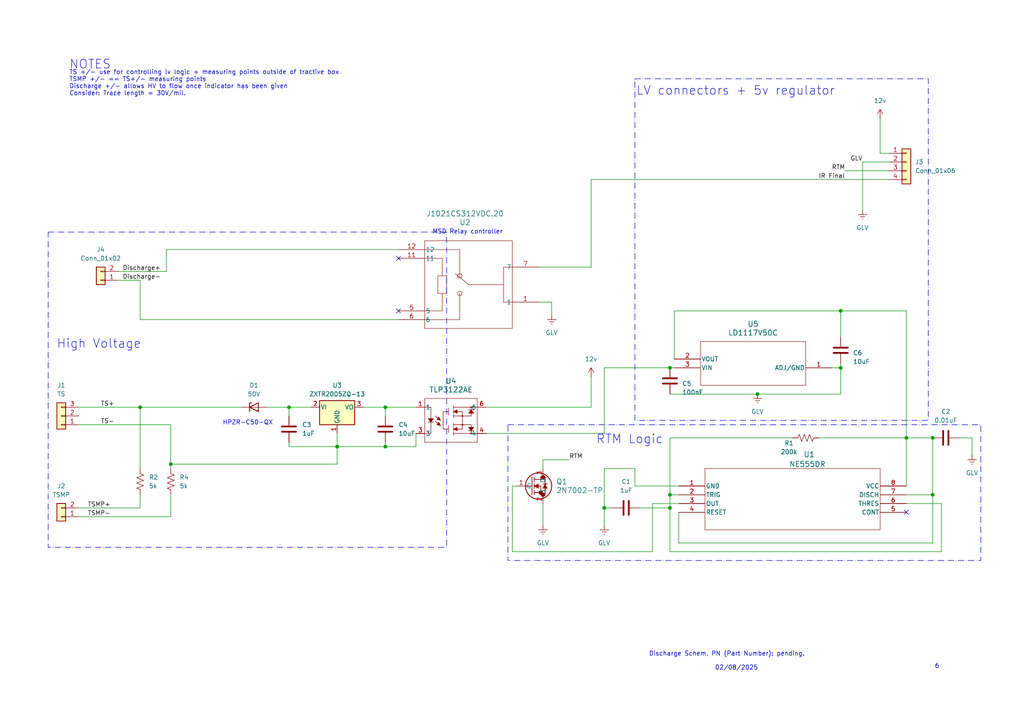
<source format=kicad_sch>
(kicad_sch
	(version 20231120)
	(generator "eeschema")
	(generator_version "8.0")
	(uuid "dc0f9272-e025-432b-a444-53b3815238aa")
	(paper "A4")
	(lib_symbols
		(symbol "2024-11-03_23-16-05:J1021CS312VDC.20"
			(pin_names
				(offset 0.254)
			)
			(exclude_from_sim no)
			(in_bom yes)
			(on_board yes)
			(property "Reference" "U"
				(at 20.32 10.16 0)
				(effects
					(font
						(size 1.524 1.524)
					)
				)
			)
			(property "Value" "J1021CS312VDC.20"
				(at 20.32 7.62 0)
				(effects
					(font
						(size 1.524 1.524)
					)
				)
			)
			(property "Footprint" "RELAY6_J1021CS312VDC.20_CRS"
				(at 0 0 0)
				(effects
					(font
						(size 1.27 1.27)
						(italic yes)
					)
					(hide yes)
				)
			)
			(property "Datasheet" "J1021CS312VDC.20"
				(at 0 0 0)
				(effects
					(font
						(size 1.27 1.27)
						(italic yes)
					)
					(hide yes)
				)
			)
			(property "Description" ""
				(at 0 0 0)
				(effects
					(font
						(size 1.27 1.27)
					)
					(hide yes)
				)
			)
			(property "ki_locked" ""
				(at 0 0 0)
				(effects
					(font
						(size 1.27 1.27)
					)
				)
			)
			(property "ki_keywords" "J1021CS312VDC.20"
				(at 0 0 0)
				(effects
					(font
						(size 1.27 1.27)
					)
					(hide yes)
				)
			)
			(property "ki_fp_filters" "RELAY6_J1021CS312VDC.20_CRS"
				(at 0 0 0)
				(effects
					(font
						(size 1.27 1.27)
					)
					(hide yes)
				)
			)
			(symbol "J1021CS312VDC.20_0_1"
				(polyline
					(pts
						(xy 7.62 -20.32) (xy 33.02 -20.32)
					)
					(stroke
						(width 0.127)
						(type default)
					)
					(fill
						(type none)
					)
				)
				(polyline
					(pts
						(xy 7.62 -2.54) (xy 10.16 -2.54)
					)
					(stroke
						(width 0.127)
						(type default)
					)
					(fill
						(type none)
					)
				)
				(polyline
					(pts
						(xy 7.62 5.08) (xy 7.62 -20.32)
					)
					(stroke
						(width 0.127)
						(type default)
					)
					(fill
						(type none)
					)
				)
				(polyline
					(pts
						(xy 10.16 -12.7) (xy 7.62 -12.7)
					)
					(stroke
						(width 0.127)
						(type default)
					)
					(fill
						(type none)
					)
				)
				(polyline
					(pts
						(xy 10.16 -7.62) (xy 20.32 -7.62)
					)
					(stroke
						(width 0.127)
						(type default)
					)
					(fill
						(type none)
					)
				)
				(polyline
					(pts
						(xy 10.16 -2.54) (xy 10.16 -12.7)
					)
					(stroke
						(width 0.127)
						(type default)
					)
					(fill
						(type none)
					)
				)
				(polyline
					(pts
						(xy 20.32 -7.62) (xy 24.13 -10.795)
					)
					(stroke
						(width 0.127)
						(type default)
					)
					(fill
						(type none)
					)
				)
				(polyline
					(pts
						(xy 22.86 -17.78) (xy 33.02 -17.78)
					)
					(stroke
						(width 0.127)
						(type default)
					)
					(fill
						(type none)
					)
				)
				(polyline
					(pts
						(xy 22.86 -10.16) (xy 22.86 -17.78)
					)
					(stroke
						(width 0.127)
						(type default)
					)
					(fill
						(type none)
					)
				)
				(polyline
					(pts
						(xy 22.86 2.54) (xy 22.86 -5.08)
					)
					(stroke
						(width 0.127)
						(type default)
					)
					(fill
						(type none)
					)
				)
				(polyline
					(pts
						(xy 26.67 -10.16) (xy 29.21 -10.16)
					)
					(stroke
						(width 0.127)
						(type default)
					)
					(fill
						(type none)
					)
				)
				(polyline
					(pts
						(xy 26.67 -5.08) (xy 26.67 -10.16)
					)
					(stroke
						(width 0.127)
						(type default)
					)
					(fill
						(type none)
					)
				)
				(polyline
					(pts
						(xy 26.67 -5.08) (xy 29.21 -5.08)
					)
					(stroke
						(width 0.127)
						(type default)
					)
					(fill
						(type none)
					)
				)
				(polyline
					(pts
						(xy 27.94 -15.24) (xy 33.02 -15.24)
					)
					(stroke
						(width 0.127)
						(type default)
					)
					(fill
						(type none)
					)
				)
				(polyline
					(pts
						(xy 27.94 -10.16) (xy 27.94 -15.24)
					)
					(stroke
						(width 0.127)
						(type default)
					)
					(fill
						(type none)
					)
				)
				(polyline
					(pts
						(xy 27.94 -5.08) (xy 27.94 0)
					)
					(stroke
						(width 0.127)
						(type default)
					)
					(fill
						(type none)
					)
				)
				(polyline
					(pts
						(xy 29.21 -10.16) (xy 29.21 -5.08)
					)
					(stroke
						(width 0.127)
						(type default)
					)
					(fill
						(type none)
					)
				)
				(polyline
					(pts
						(xy 33.02 -20.32) (xy 33.02 5.08)
					)
					(stroke
						(width 0.127)
						(type default)
					)
					(fill
						(type none)
					)
				)
				(polyline
					(pts
						(xy 33.02 0) (xy 27.94 0)
					)
					(stroke
						(width 0.127)
						(type default)
					)
					(fill
						(type none)
					)
				)
				(polyline
					(pts
						(xy 33.02 2.54) (xy 22.86 2.54)
					)
					(stroke
						(width 0.127)
						(type default)
					)
					(fill
						(type none)
					)
				)
				(polyline
					(pts
						(xy 33.02 5.08) (xy 7.62 5.08)
					)
					(stroke
						(width 0.127)
						(type default)
					)
					(fill
						(type none)
					)
				)
				(circle
					(center 22.86 -10.16)
					(radius 0.635)
					(stroke
						(width 0.127)
						(type default)
					)
					(fill
						(type none)
					)
				)
				(circle
					(center 22.86 -5.08)
					(radius 0.635)
					(stroke
						(width 0.127)
						(type default)
					)
					(fill
						(type none)
					)
				)
				(pin unspecified line
					(at 0 -2.54 0)
					(length 7.62)
					(name "1"
						(effects
							(font
								(size 1.27 1.27)
							)
						)
					)
					(number "1"
						(effects
							(font
								(size 1.27 1.27)
							)
						)
					)
				)
				(pin unspecified line
					(at 40.64 -15.24 180)
					(length 7.62)
					(name "11"
						(effects
							(font
								(size 1.27 1.27)
							)
						)
					)
					(number "11"
						(effects
							(font
								(size 1.27 1.27)
							)
						)
					)
				)
				(pin unspecified line
					(at 40.64 -17.78 180)
					(length 7.62)
					(name "12"
						(effects
							(font
								(size 1.27 1.27)
							)
						)
					)
					(number "12"
						(effects
							(font
								(size 1.27 1.27)
							)
						)
					)
				)
				(pin unspecified line
					(at 40.64 0 180)
					(length 7.62)
					(name "5"
						(effects
							(font
								(size 1.27 1.27)
							)
						)
					)
					(number "5"
						(effects
							(font
								(size 1.27 1.27)
							)
						)
					)
				)
				(pin unspecified line
					(at 40.64 2.54 180)
					(length 7.62)
					(name "6"
						(effects
							(font
								(size 1.27 1.27)
							)
						)
					)
					(number "6"
						(effects
							(font
								(size 1.27 1.27)
							)
						)
					)
				)
				(pin unspecified line
					(at 0 -12.7 0)
					(length 7.62)
					(name "7"
						(effects
							(font
								(size 1.27 1.27)
							)
						)
					)
					(number "7"
						(effects
							(font
								(size 1.27 1.27)
							)
						)
					)
				)
			)
		)
		(symbol "2025-02-01_22-29-22:LD1117V50C"
			(pin_names
				(offset 0.254)
			)
			(exclude_from_sim no)
			(in_bom yes)
			(on_board yes)
			(property "Reference" "U"
				(at 22.86 10.16 0)
				(effects
					(font
						(size 1.524 1.524)
					)
				)
			)
			(property "Value" "LD1117V50C"
				(at 22.86 7.62 0)
				(effects
					(font
						(size 1.524 1.524)
					)
				)
			)
			(property "Footprint" "TO-220S_STM"
				(at 0 0 0)
				(effects
					(font
						(size 1.27 1.27)
						(italic yes)
					)
					(hide yes)
				)
			)
			(property "Datasheet" "LD1117V50C"
				(at 0 0 0)
				(effects
					(font
						(size 1.27 1.27)
						(italic yes)
					)
					(hide yes)
				)
			)
			(property "Description" ""
				(at 0 0 0)
				(effects
					(font
						(size 1.27 1.27)
					)
					(hide yes)
				)
			)
			(property "ki_locked" ""
				(at 0 0 0)
				(effects
					(font
						(size 1.27 1.27)
					)
				)
			)
			(property "ki_keywords" "LD1117V50C"
				(at 0 0 0)
				(effects
					(font
						(size 1.27 1.27)
					)
					(hide yes)
				)
			)
			(property "ki_fp_filters" "TO-220S_STM"
				(at 0 0 0)
				(effects
					(font
						(size 1.27 1.27)
					)
					(hide yes)
				)
			)
			(symbol "LD1117V50C_0_1"
				(polyline
					(pts
						(xy 7.62 -7.62) (xy 38.1 -7.62)
					)
					(stroke
						(width 0.127)
						(type default)
					)
					(fill
						(type none)
					)
				)
				(polyline
					(pts
						(xy 7.62 5.08) (xy 7.62 -7.62)
					)
					(stroke
						(width 0.127)
						(type default)
					)
					(fill
						(type none)
					)
				)
				(polyline
					(pts
						(xy 38.1 -7.62) (xy 38.1 5.08)
					)
					(stroke
						(width 0.127)
						(type default)
					)
					(fill
						(type none)
					)
				)
				(polyline
					(pts
						(xy 38.1 5.08) (xy 7.62 5.08)
					)
					(stroke
						(width 0.127)
						(type default)
					)
					(fill
						(type none)
					)
				)
				(pin unspecified line
					(at 0 0 0)
					(length 7.62)
					(name "ADJ/GND"
						(effects
							(font
								(size 1.27 1.27)
							)
						)
					)
					(number "1"
						(effects
							(font
								(size 1.27 1.27)
							)
						)
					)
				)
				(pin output line
					(at 45.72 -2.54 180)
					(length 7.62)
					(name "VOUT"
						(effects
							(font
								(size 1.27 1.27)
							)
						)
					)
					(number "2"
						(effects
							(font
								(size 1.27 1.27)
							)
						)
					)
				)
				(pin input line
					(at 45.72 0 180)
					(length 7.62)
					(name "VIN"
						(effects
							(font
								(size 1.27 1.27)
							)
						)
					)
					(number "3"
						(effects
							(font
								(size 1.27 1.27)
							)
						)
					)
				)
			)
		)
		(symbol "Connector_Generic:Conn_01x02"
			(pin_names
				(offset 1.016) hide)
			(exclude_from_sim no)
			(in_bom yes)
			(on_board yes)
			(property "Reference" "J"
				(at 0 2.54 0)
				(effects
					(font
						(size 1.27 1.27)
					)
				)
			)
			(property "Value" "Conn_01x02"
				(at 0 -5.08 0)
				(effects
					(font
						(size 1.27 1.27)
					)
				)
			)
			(property "Footprint" ""
				(at 0 0 0)
				(effects
					(font
						(size 1.27 1.27)
					)
					(hide yes)
				)
			)
			(property "Datasheet" "~"
				(at 0 0 0)
				(effects
					(font
						(size 1.27 1.27)
					)
					(hide yes)
				)
			)
			(property "Description" "Generic connector, single row, 01x02, script generated (kicad-library-utils/schlib/autogen/connector/)"
				(at 0 0 0)
				(effects
					(font
						(size 1.27 1.27)
					)
					(hide yes)
				)
			)
			(property "ki_keywords" "connector"
				(at 0 0 0)
				(effects
					(font
						(size 1.27 1.27)
					)
					(hide yes)
				)
			)
			(property "ki_fp_filters" "Connector*:*_1x??_*"
				(at 0 0 0)
				(effects
					(font
						(size 1.27 1.27)
					)
					(hide yes)
				)
			)
			(symbol "Conn_01x02_1_1"
				(rectangle
					(start -1.27 -2.413)
					(end 0 -2.667)
					(stroke
						(width 0.1524)
						(type default)
					)
					(fill
						(type none)
					)
				)
				(rectangle
					(start -1.27 0.127)
					(end 0 -0.127)
					(stroke
						(width 0.1524)
						(type default)
					)
					(fill
						(type none)
					)
				)
				(rectangle
					(start -1.27 1.27)
					(end 1.27 -3.81)
					(stroke
						(width 0.254)
						(type default)
					)
					(fill
						(type background)
					)
				)
				(pin passive line
					(at -5.08 0 0)
					(length 3.81)
					(name "Pin_1"
						(effects
							(font
								(size 1.27 1.27)
							)
						)
					)
					(number "1"
						(effects
							(font
								(size 1.27 1.27)
							)
						)
					)
				)
				(pin passive line
					(at -5.08 -2.54 0)
					(length 3.81)
					(name "Pin_2"
						(effects
							(font
								(size 1.27 1.27)
							)
						)
					)
					(number "2"
						(effects
							(font
								(size 1.27 1.27)
							)
						)
					)
				)
			)
		)
		(symbol "Connector_Generic:Conn_01x03"
			(pin_names
				(offset 1.016) hide)
			(exclude_from_sim no)
			(in_bom yes)
			(on_board yes)
			(property "Reference" "J"
				(at 0 5.08 0)
				(effects
					(font
						(size 1.27 1.27)
					)
				)
			)
			(property "Value" "Conn_01x03"
				(at 0 -5.08 0)
				(effects
					(font
						(size 1.27 1.27)
					)
				)
			)
			(property "Footprint" ""
				(at 0 0 0)
				(effects
					(font
						(size 1.27 1.27)
					)
					(hide yes)
				)
			)
			(property "Datasheet" "~"
				(at 0 0 0)
				(effects
					(font
						(size 1.27 1.27)
					)
					(hide yes)
				)
			)
			(property "Description" "Generic connector, single row, 01x03, script generated (kicad-library-utils/schlib/autogen/connector/)"
				(at 0 0 0)
				(effects
					(font
						(size 1.27 1.27)
					)
					(hide yes)
				)
			)
			(property "ki_keywords" "connector"
				(at 0 0 0)
				(effects
					(font
						(size 1.27 1.27)
					)
					(hide yes)
				)
			)
			(property "ki_fp_filters" "Connector*:*_1x??_*"
				(at 0 0 0)
				(effects
					(font
						(size 1.27 1.27)
					)
					(hide yes)
				)
			)
			(symbol "Conn_01x03_1_1"
				(rectangle
					(start -1.27 -2.413)
					(end 0 -2.667)
					(stroke
						(width 0.1524)
						(type default)
					)
					(fill
						(type none)
					)
				)
				(rectangle
					(start -1.27 0.127)
					(end 0 -0.127)
					(stroke
						(width 0.1524)
						(type default)
					)
					(fill
						(type none)
					)
				)
				(rectangle
					(start -1.27 2.667)
					(end 0 2.413)
					(stroke
						(width 0.1524)
						(type default)
					)
					(fill
						(type none)
					)
				)
				(rectangle
					(start -1.27 3.81)
					(end 1.27 -3.81)
					(stroke
						(width 0.254)
						(type default)
					)
					(fill
						(type background)
					)
				)
				(pin passive line
					(at -5.08 2.54 0)
					(length 3.81)
					(name "Pin_1"
						(effects
							(font
								(size 1.27 1.27)
							)
						)
					)
					(number "1"
						(effects
							(font
								(size 1.27 1.27)
							)
						)
					)
				)
				(pin passive line
					(at -5.08 0 0)
					(length 3.81)
					(name "Pin_2"
						(effects
							(font
								(size 1.27 1.27)
							)
						)
					)
					(number "2"
						(effects
							(font
								(size 1.27 1.27)
							)
						)
					)
				)
				(pin passive line
					(at -5.08 -2.54 0)
					(length 3.81)
					(name "Pin_3"
						(effects
							(font
								(size 1.27 1.27)
							)
						)
					)
					(number "3"
						(effects
							(font
								(size 1.27 1.27)
							)
						)
					)
				)
			)
		)
		(symbol "Connector_Generic:Conn_01x04"
			(pin_names
				(offset 1.016) hide)
			(exclude_from_sim no)
			(in_bom yes)
			(on_board yes)
			(property "Reference" "J"
				(at 0 5.08 0)
				(effects
					(font
						(size 1.27 1.27)
					)
				)
			)
			(property "Value" "Conn_01x04"
				(at 0 -7.62 0)
				(effects
					(font
						(size 1.27 1.27)
					)
				)
			)
			(property "Footprint" ""
				(at 0 0 0)
				(effects
					(font
						(size 1.27 1.27)
					)
					(hide yes)
				)
			)
			(property "Datasheet" "~"
				(at 0 0 0)
				(effects
					(font
						(size 1.27 1.27)
					)
					(hide yes)
				)
			)
			(property "Description" "Generic connector, single row, 01x04, script generated (kicad-library-utils/schlib/autogen/connector/)"
				(at 0 0 0)
				(effects
					(font
						(size 1.27 1.27)
					)
					(hide yes)
				)
			)
			(property "ki_keywords" "connector"
				(at 0 0 0)
				(effects
					(font
						(size 1.27 1.27)
					)
					(hide yes)
				)
			)
			(property "ki_fp_filters" "Connector*:*_1x??_*"
				(at 0 0 0)
				(effects
					(font
						(size 1.27 1.27)
					)
					(hide yes)
				)
			)
			(symbol "Conn_01x04_1_1"
				(rectangle
					(start -1.27 -4.953)
					(end 0 -5.207)
					(stroke
						(width 0.1524)
						(type default)
					)
					(fill
						(type none)
					)
				)
				(rectangle
					(start -1.27 -2.413)
					(end 0 -2.667)
					(stroke
						(width 0.1524)
						(type default)
					)
					(fill
						(type none)
					)
				)
				(rectangle
					(start -1.27 0.127)
					(end 0 -0.127)
					(stroke
						(width 0.1524)
						(type default)
					)
					(fill
						(type none)
					)
				)
				(rectangle
					(start -1.27 2.667)
					(end 0 2.413)
					(stroke
						(width 0.1524)
						(type default)
					)
					(fill
						(type none)
					)
				)
				(rectangle
					(start -1.27 3.81)
					(end 1.27 -6.35)
					(stroke
						(width 0.254)
						(type default)
					)
					(fill
						(type background)
					)
				)
				(pin passive line
					(at -5.08 2.54 0)
					(length 3.81)
					(name "Pin_1"
						(effects
							(font
								(size 1.27 1.27)
							)
						)
					)
					(number "1"
						(effects
							(font
								(size 1.27 1.27)
							)
						)
					)
				)
				(pin passive line
					(at -5.08 0 0)
					(length 3.81)
					(name "Pin_2"
						(effects
							(font
								(size 1.27 1.27)
							)
						)
					)
					(number "2"
						(effects
							(font
								(size 1.27 1.27)
							)
						)
					)
				)
				(pin passive line
					(at -5.08 -2.54 0)
					(length 3.81)
					(name "Pin_3"
						(effects
							(font
								(size 1.27 1.27)
							)
						)
					)
					(number "3"
						(effects
							(font
								(size 1.27 1.27)
							)
						)
					)
				)
				(pin passive line
					(at -5.08 -5.08 0)
					(length 3.81)
					(name "Pin_4"
						(effects
							(font
								(size 1.27 1.27)
							)
						)
					)
					(number "4"
						(effects
							(font
								(size 1.27 1.27)
							)
						)
					)
				)
			)
		)
		(symbol "Device:C"
			(pin_numbers hide)
			(pin_names
				(offset 0.254)
			)
			(exclude_from_sim no)
			(in_bom yes)
			(on_board yes)
			(property "Reference" "C"
				(at 0.635 2.54 0)
				(effects
					(font
						(size 1.27 1.27)
					)
					(justify left)
				)
			)
			(property "Value" "C"
				(at 0.635 -2.54 0)
				(effects
					(font
						(size 1.27 1.27)
					)
					(justify left)
				)
			)
			(property "Footprint" ""
				(at 0.9652 -3.81 0)
				(effects
					(font
						(size 1.27 1.27)
					)
					(hide yes)
				)
			)
			(property "Datasheet" "~"
				(at 0 0 0)
				(effects
					(font
						(size 1.27 1.27)
					)
					(hide yes)
				)
			)
			(property "Description" "Unpolarized capacitor"
				(at 0 0 0)
				(effects
					(font
						(size 1.27 1.27)
					)
					(hide yes)
				)
			)
			(property "ki_keywords" "cap capacitor"
				(at 0 0 0)
				(effects
					(font
						(size 1.27 1.27)
					)
					(hide yes)
				)
			)
			(property "ki_fp_filters" "C_*"
				(at 0 0 0)
				(effects
					(font
						(size 1.27 1.27)
					)
					(hide yes)
				)
			)
			(symbol "C_0_1"
				(polyline
					(pts
						(xy -2.032 -0.762) (xy 2.032 -0.762)
					)
					(stroke
						(width 0.508)
						(type default)
					)
					(fill
						(type none)
					)
				)
				(polyline
					(pts
						(xy -2.032 0.762) (xy 2.032 0.762)
					)
					(stroke
						(width 0.508)
						(type default)
					)
					(fill
						(type none)
					)
				)
			)
			(symbol "C_1_1"
				(pin passive line
					(at 0 3.81 270)
					(length 2.794)
					(name "~"
						(effects
							(font
								(size 1.27 1.27)
							)
						)
					)
					(number "1"
						(effects
							(font
								(size 1.27 1.27)
							)
						)
					)
				)
				(pin passive line
					(at 0 -3.81 90)
					(length 2.794)
					(name "~"
						(effects
							(font
								(size 1.27 1.27)
							)
						)
					)
					(number "2"
						(effects
							(font
								(size 1.27 1.27)
							)
						)
					)
				)
			)
		)
		(symbol "Device:D_Zener"
			(pin_numbers hide)
			(pin_names
				(offset 1.016) hide)
			(exclude_from_sim no)
			(in_bom yes)
			(on_board yes)
			(property "Reference" "D"
				(at 0 2.54 0)
				(effects
					(font
						(size 1.27 1.27)
					)
				)
			)
			(property "Value" "D_Zener"
				(at 0 -2.54 0)
				(effects
					(font
						(size 1.27 1.27)
					)
				)
			)
			(property "Footprint" ""
				(at 0 0 0)
				(effects
					(font
						(size 1.27 1.27)
					)
					(hide yes)
				)
			)
			(property "Datasheet" "~"
				(at 0 0 0)
				(effects
					(font
						(size 1.27 1.27)
					)
					(hide yes)
				)
			)
			(property "Description" "Zener diode"
				(at 0 0 0)
				(effects
					(font
						(size 1.27 1.27)
					)
					(hide yes)
				)
			)
			(property "ki_keywords" "diode"
				(at 0 0 0)
				(effects
					(font
						(size 1.27 1.27)
					)
					(hide yes)
				)
			)
			(property "ki_fp_filters" "TO-???* *_Diode_* *SingleDiode* D_*"
				(at 0 0 0)
				(effects
					(font
						(size 1.27 1.27)
					)
					(hide yes)
				)
			)
			(symbol "D_Zener_0_1"
				(polyline
					(pts
						(xy 1.27 0) (xy -1.27 0)
					)
					(stroke
						(width 0)
						(type default)
					)
					(fill
						(type none)
					)
				)
				(polyline
					(pts
						(xy -1.27 -1.27) (xy -1.27 1.27) (xy -0.762 1.27)
					)
					(stroke
						(width 0.254)
						(type default)
					)
					(fill
						(type none)
					)
				)
				(polyline
					(pts
						(xy 1.27 -1.27) (xy 1.27 1.27) (xy -1.27 0) (xy 1.27 -1.27)
					)
					(stroke
						(width 0.254)
						(type default)
					)
					(fill
						(type none)
					)
				)
			)
			(symbol "D_Zener_1_1"
				(pin passive line
					(at -3.81 0 0)
					(length 2.54)
					(name "K"
						(effects
							(font
								(size 1.27 1.27)
							)
						)
					)
					(number "1"
						(effects
							(font
								(size 1.27 1.27)
							)
						)
					)
				)
				(pin passive line
					(at 3.81 0 180)
					(length 2.54)
					(name "A"
						(effects
							(font
								(size 1.27 1.27)
							)
						)
					)
					(number "2"
						(effects
							(font
								(size 1.27 1.27)
							)
						)
					)
				)
			)
		)
		(symbol "Device:R_US"
			(pin_numbers hide)
			(pin_names
				(offset 0)
			)
			(exclude_from_sim no)
			(in_bom yes)
			(on_board yes)
			(property "Reference" "R"
				(at 2.54 0 90)
				(effects
					(font
						(size 1.27 1.27)
					)
				)
			)
			(property "Value" "R_US"
				(at -2.54 0 90)
				(effects
					(font
						(size 1.27 1.27)
					)
				)
			)
			(property "Footprint" ""
				(at 1.016 -0.254 90)
				(effects
					(font
						(size 1.27 1.27)
					)
					(hide yes)
				)
			)
			(property "Datasheet" "~"
				(at 0 0 0)
				(effects
					(font
						(size 1.27 1.27)
					)
					(hide yes)
				)
			)
			(property "Description" "Resistor, US symbol"
				(at 0 0 0)
				(effects
					(font
						(size 1.27 1.27)
					)
					(hide yes)
				)
			)
			(property "ki_keywords" "R res resistor"
				(at 0 0 0)
				(effects
					(font
						(size 1.27 1.27)
					)
					(hide yes)
				)
			)
			(property "ki_fp_filters" "R_*"
				(at 0 0 0)
				(effects
					(font
						(size 1.27 1.27)
					)
					(hide yes)
				)
			)
			(symbol "R_US_0_1"
				(polyline
					(pts
						(xy 0 -2.286) (xy 0 -2.54)
					)
					(stroke
						(width 0)
						(type default)
					)
					(fill
						(type none)
					)
				)
				(polyline
					(pts
						(xy 0 2.286) (xy 0 2.54)
					)
					(stroke
						(width 0)
						(type default)
					)
					(fill
						(type none)
					)
				)
				(polyline
					(pts
						(xy 0 -0.762) (xy 1.016 -1.143) (xy 0 -1.524) (xy -1.016 -1.905) (xy 0 -2.286)
					)
					(stroke
						(width 0)
						(type default)
					)
					(fill
						(type none)
					)
				)
				(polyline
					(pts
						(xy 0 0.762) (xy 1.016 0.381) (xy 0 0) (xy -1.016 -0.381) (xy 0 -0.762)
					)
					(stroke
						(width 0)
						(type default)
					)
					(fill
						(type none)
					)
				)
				(polyline
					(pts
						(xy 0 2.286) (xy 1.016 1.905) (xy 0 1.524) (xy -1.016 1.143) (xy 0 0.762)
					)
					(stroke
						(width 0)
						(type default)
					)
					(fill
						(type none)
					)
				)
			)
			(symbol "R_US_1_1"
				(pin passive line
					(at 0 3.81 270)
					(length 1.27)
					(name "~"
						(effects
							(font
								(size 1.27 1.27)
							)
						)
					)
					(number "1"
						(effects
							(font
								(size 1.27 1.27)
							)
						)
					)
				)
				(pin passive line
					(at 0 -3.81 90)
					(length 1.27)
					(name "~"
						(effects
							(font
								(size 1.27 1.27)
							)
						)
					)
					(number "2"
						(effects
							(font
								(size 1.27 1.27)
							)
						)
					)
				)
			)
		)
		(symbol "FS_3_Global_Symbol_Library:TLP3122AE"
			(pin_names
				(offset 0.254)
			)
			(exclude_from_sim no)
			(in_bom yes)
			(on_board yes)
			(property "Reference" "U"
				(at 0 0 0)
				(effects
					(font
						(size 1.524 1.524)
					)
				)
			)
			(property "Value" "TLP3122AE"
				(at 0 0 0)
				(effects
					(font
						(size 1.524 1.524)
					)
				)
			)
			(property "Footprint" "1FS_2_Global_Footprint_Library:OptoCoupler 6-SOP"
				(at 0 0 0)
				(effects
					(font
						(size 1.27 1.27)
						(italic yes)
					)
					(hide yes)
				)
			)
			(property "Datasheet" "TLP3122AE"
				(at 0 0 0)
				(effects
					(font
						(size 1.27 1.27)
						(italic yes)
					)
					(hide yes)
				)
			)
			(property "Description" "OptoCoupler"
				(at 0 0 0)
				(effects
					(font
						(size 1.27 1.27)
					)
					(hide yes)
				)
			)
			(property "ki_keywords" "TLP3122A(E"
				(at 0 0 0)
				(effects
					(font
						(size 1.27 1.27)
					)
					(hide yes)
				)
			)
			(property "ki_fp_filters" "4pin SO6_TOS 4pin SO6_TOS-M 4pin SO6_TOS-L"
				(at 0 0 0)
				(effects
					(font
						(size 1.27 1.27)
					)
					(hide yes)
				)
			)
			(symbol "TLP3122AE_0_1"
				(polyline
					(pts
						(xy 0 -12.7) (xy 0 0)
					)
					(stroke
						(width 0.127)
						(type default)
					)
					(fill
						(type none)
					)
				)
				(polyline
					(pts
						(xy 0 0) (xy 15.24 0)
					)
					(stroke
						(width 0.127)
						(type default)
					)
					(fill
						(type none)
					)
				)
				(polyline
					(pts
						(xy 1.016 -6.858) (xy 2.54 -6.858)
					)
					(stroke
						(width 0)
						(type default)
					)
					(fill
						(type none)
					)
				)
				(polyline
					(pts
						(xy 1.778 -10.16) (xy 0 -10.16)
					)
					(stroke
						(width 0)
						(type default)
					)
					(fill
						(type none)
					)
				)
				(polyline
					(pts
						(xy 1.778 -10.16) (xy 1.778 -6.858)
					)
					(stroke
						(width 0)
						(type default)
					)
					(fill
						(type none)
					)
				)
				(polyline
					(pts
						(xy 1.778 -2.54) (xy 0 -2.54)
					)
					(stroke
						(width 0)
						(type default)
					)
					(fill
						(type none)
					)
				)
				(polyline
					(pts
						(xy 1.778 -2.54) (xy 1.778 -5.842)
					)
					(stroke
						(width 0)
						(type default)
					)
					(fill
						(type none)
					)
				)
				(polyline
					(pts
						(xy 4.572 -7.874) (xy 3.048 -6.604)
					)
					(stroke
						(width 0)
						(type default)
					)
					(fill
						(type none)
					)
				)
				(polyline
					(pts
						(xy 4.572 -6.35) (xy 3.048 -5.08)
					)
					(stroke
						(width 0)
						(type default)
					)
					(fill
						(type none)
					)
				)
				(polyline
					(pts
						(xy 5.334 -3.81) (xy 5.334 -8.89)
					)
					(stroke
						(width 0)
						(type default)
					)
					(fill
						(type none)
					)
				)
				(polyline
					(pts
						(xy 6.858 -8.89) (xy 5.334 -8.89)
					)
					(stroke
						(width 0)
						(type default)
					)
					(fill
						(type none)
					)
				)
				(polyline
					(pts
						(xy 6.858 -7.874) (xy 6.858 -9.906)
					)
					(stroke
						(width 0)
						(type default)
					)
					(fill
						(type none)
					)
				)
				(polyline
					(pts
						(xy 6.858 -3.81) (xy 5.334 -3.81)
					)
					(stroke
						(width 0)
						(type default)
					)
					(fill
						(type none)
					)
				)
				(polyline
					(pts
						(xy 6.858 -2.794) (xy 6.858 -4.826)
					)
					(stroke
						(width 0)
						(type default)
					)
					(fill
						(type none)
					)
				)
				(polyline
					(pts
						(xy 8.382 -10.16) (xy 15.24 -10.16)
					)
					(stroke
						(width 0)
						(type default)
					)
					(fill
						(type none)
					)
				)
				(polyline
					(pts
						(xy 8.382 -9.652) (xy 8.382 -10.668)
					)
					(stroke
						(width 0)
						(type default)
					)
					(fill
						(type none)
					)
				)
				(polyline
					(pts
						(xy 8.382 -8.382) (xy 8.382 -9.398)
					)
					(stroke
						(width 0)
						(type default)
					)
					(fill
						(type none)
					)
				)
				(polyline
					(pts
						(xy 8.382 -7.62) (xy 13.462 -7.62)
					)
					(stroke
						(width 0)
						(type default)
					)
					(fill
						(type none)
					)
				)
				(polyline
					(pts
						(xy 8.382 -7.112) (xy 8.382 -8.128)
					)
					(stroke
						(width 0)
						(type default)
					)
					(fill
						(type none)
					)
				)
				(polyline
					(pts
						(xy 8.382 -5.08) (xy 13.462 -5.08)
					)
					(stroke
						(width 0)
						(type default)
					)
					(fill
						(type none)
					)
				)
				(polyline
					(pts
						(xy 8.382 -4.572) (xy 8.382 -5.588)
					)
					(stroke
						(width 0)
						(type default)
					)
					(fill
						(type none)
					)
				)
				(polyline
					(pts
						(xy 8.382 -3.302) (xy 8.382 -4.318)
					)
					(stroke
						(width 0)
						(type default)
					)
					(fill
						(type none)
					)
				)
				(polyline
					(pts
						(xy 8.382 -2.54) (xy 15.24 -2.54)
					)
					(stroke
						(width 0)
						(type default)
					)
					(fill
						(type none)
					)
				)
				(polyline
					(pts
						(xy 8.382 -2.032) (xy 8.382 -3.048)
					)
					(stroke
						(width 0)
						(type default)
					)
					(fill
						(type none)
					)
				)
				(polyline
					(pts
						(xy 9.398 -8.89) (xy 10.922 -8.89)
					)
					(stroke
						(width 0)
						(type default)
					)
					(fill
						(type none)
					)
				)
				(polyline
					(pts
						(xy 9.398 -3.81) (xy 10.922 -3.81)
					)
					(stroke
						(width 0)
						(type default)
					)
					(fill
						(type none)
					)
				)
				(polyline
					(pts
						(xy 10.922 -3.81) (xy 10.922 -8.89)
					)
					(stroke
						(width 0)
						(type default)
					)
					(fill
						(type none)
					)
				)
				(polyline
					(pts
						(xy 12.7 -9.398) (xy 14.224 -9.398)
					)
					(stroke
						(width 0)
						(type default)
					)
					(fill
						(type none)
					)
				)
				(polyline
					(pts
						(xy 12.7 -3.302) (xy 14.224 -3.302)
					)
					(stroke
						(width 0)
						(type default)
					)
					(fill
						(type none)
					)
				)
				(polyline
					(pts
						(xy 13.462 -9.398) (xy 13.462 -10.16)
					)
					(stroke
						(width 0)
						(type default)
					)
					(fill
						(type none)
					)
				)
				(polyline
					(pts
						(xy 13.462 -7.62) (xy 13.462 -8.382)
					)
					(stroke
						(width 0)
						(type default)
					)
					(fill
						(type none)
					)
				)
				(polyline
					(pts
						(xy 13.462 -4.318) (xy 13.462 -5.08)
					)
					(stroke
						(width 0)
						(type default)
					)
					(fill
						(type none)
					)
				)
				(polyline
					(pts
						(xy 13.462 -2.54) (xy 13.462 -3.302)
					)
					(stroke
						(width 0)
						(type default)
					)
					(fill
						(type none)
					)
				)
				(polyline
					(pts
						(xy 15.24 -12.7) (xy 0 -12.7)
					)
					(stroke
						(width 0.127)
						(type default)
					)
					(fill
						(type none)
					)
				)
				(polyline
					(pts
						(xy 15.24 0) (xy 15.24 -12.7)
					)
					(stroke
						(width 0.127)
						(type default)
					)
					(fill
						(type none)
					)
				)
				(polyline
					(pts
						(xy 1.016 -5.842) (xy 1.016 -5.842) (xy 2.54 -5.842) (xy 1.778 -6.858) (xy 1.016 -5.842)
					)
					(stroke
						(width 0)
						(type default)
					)
					(fill
						(type outline)
					)
				)
				(polyline
					(pts
						(xy 4.572 -7.874) (xy 4.572 -7.874) (xy 4.064 -6.858) (xy 3.556 -7.62) (xy 4.572 -7.874)
					)
					(stroke
						(width 0)
						(type default)
					)
					(fill
						(type outline)
					)
				)
				(polyline
					(pts
						(xy 4.572 -6.35) (xy 4.572 -6.35) (xy 4.064 -5.334) (xy 3.556 -6.096) (xy 4.572 -6.35)
					)
					(stroke
						(width 0)
						(type default)
					)
					(fill
						(type outline)
					)
				)
				(polyline
					(pts
						(xy 8.382 -8.89) (xy 8.382 -8.89) (xy 9.398 -8.382) (xy 9.398 -9.398) (xy 8.382 -8.89)
					)
					(stroke
						(width 0)
						(type default)
					)
					(fill
						(type outline)
					)
				)
				(polyline
					(pts
						(xy 8.382 -3.81) (xy 8.382 -3.81) (xy 9.398 -3.302) (xy 9.398 -4.318) (xy 8.382 -3.81)
					)
					(stroke
						(width 0)
						(type default)
					)
					(fill
						(type outline)
					)
				)
				(polyline
					(pts
						(xy 12.7 -8.382) (xy 12.7 -8.382) (xy 14.224 -8.382) (xy 13.462 -9.398) (xy 12.7 -8.382)
					)
					(stroke
						(width 0)
						(type default)
					)
					(fill
						(type outline)
					)
				)
				(polyline
					(pts
						(xy 13.462 -3.302) (xy 13.462 -3.302) (xy 12.7 -4.318) (xy 14.224 -4.318) (xy 13.462 -3.302)
					)
					(stroke
						(width 0)
						(type default)
					)
					(fill
						(type outline)
					)
				)
				(circle
					(center 10.922 -7.62)
					(radius 0.127)
					(stroke
						(width 0.254)
						(type default)
					)
					(fill
						(type none)
					)
				)
				(circle
					(center 10.922 -5.08)
					(radius 0.127)
					(stroke
						(width 0.254)
						(type default)
					)
					(fill
						(type none)
					)
				)
				(circle
					(center 13.462 -10.16)
					(radius 0.127)
					(stroke
						(width 0.254)
						(type default)
					)
					(fill
						(type none)
					)
				)
				(circle
					(center 13.462 -2.54)
					(radius 0.127)
					(stroke
						(width 0.254)
						(type default)
					)
					(fill
						(type none)
					)
				)
			)
			(symbol "TLP3122AE_1_1"
				(pin power_in line
					(at -2.54 -2.54 0)
					(length 2.54)
					(name "1"
						(effects
							(font
								(size 1.27 1.27)
							)
						)
					)
					(number "1"
						(effects
							(font
								(size 1.27 1.27)
							)
						)
					)
				)
				(pin output line
					(at -2.54 -10.16 0)
					(length 2.54)
					(name "3"
						(effects
							(font
								(size 1.27 1.27)
							)
						)
					)
					(number "3"
						(effects
							(font
								(size 1.27 1.27)
							)
						)
					)
				)
				(pin bidirectional line
					(at 17.78 -10.16 180)
					(length 2.54)
					(name "4"
						(effects
							(font
								(size 1.27 1.27)
							)
						)
					)
					(number "4"
						(effects
							(font
								(size 1.27 1.27)
							)
						)
					)
				)
				(pin bidirectional line
					(at 17.78 -2.54 180)
					(length 2.54)
					(name "6"
						(effects
							(font
								(size 1.27 1.27)
							)
						)
					)
					(number "6"
						(effects
							(font
								(size 1.27 1.27)
							)
						)
					)
				)
			)
		)
		(symbol "New_Library:NE555DR"
			(pin_names
				(offset 0.254)
			)
			(exclude_from_sim no)
			(in_bom yes)
			(on_board yes)
			(property "Reference" "U"
				(at 33.02 10.16 0)
				(effects
					(font
						(size 1.524 1.524)
					)
				)
			)
			(property "Value" "NE555DR"
				(at 33.02 7.62 0)
				(effects
					(font
						(size 1.524 1.524)
					)
				)
			)
			(property "Footprint" "D8"
				(at 0 0 0)
				(effects
					(font
						(size 1.27 1.27)
						(italic yes)
					)
					(hide yes)
				)
			)
			(property "Datasheet" "NE555DR"
				(at 0 0 0)
				(effects
					(font
						(size 1.27 1.27)
						(italic yes)
					)
					(hide yes)
				)
			)
			(property "Description" ""
				(at 0 0 0)
				(effects
					(font
						(size 1.27 1.27)
					)
					(hide yes)
				)
			)
			(property "ki_locked" ""
				(at 0 0 0)
				(effects
					(font
						(size 1.27 1.27)
					)
				)
			)
			(property "ki_keywords" "NE555DR"
				(at 0 0 0)
				(effects
					(font
						(size 1.27 1.27)
					)
					(hide yes)
				)
			)
			(property "ki_fp_filters" "D8 D8-M D8-L"
				(at 0 0 0)
				(effects
					(font
						(size 1.27 1.27)
					)
					(hide yes)
				)
			)
			(symbol "NE555DR_0_1"
				(polyline
					(pts
						(xy 7.62 -12.7) (xy 58.42 -12.7)
					)
					(stroke
						(width 0.127)
						(type default)
					)
					(fill
						(type none)
					)
				)
				(polyline
					(pts
						(xy 7.62 5.08) (xy 7.62 -12.7)
					)
					(stroke
						(width 0.127)
						(type default)
					)
					(fill
						(type none)
					)
				)
				(polyline
					(pts
						(xy 58.42 -12.7) (xy 58.42 5.08)
					)
					(stroke
						(width 0.127)
						(type default)
					)
					(fill
						(type none)
					)
				)
				(polyline
					(pts
						(xy 58.42 5.08) (xy 7.62 5.08)
					)
					(stroke
						(width 0.127)
						(type default)
					)
					(fill
						(type none)
					)
				)
				(pin power_in line
					(at 0 0 0)
					(length 7.62)
					(name "GND"
						(effects
							(font
								(size 1.27 1.27)
							)
						)
					)
					(number "1"
						(effects
							(font
								(size 1.27 1.27)
							)
						)
					)
				)
				(pin input line
					(at 0 -2.54 0)
					(length 7.62)
					(name "TRIG"
						(effects
							(font
								(size 1.27 1.27)
							)
						)
					)
					(number "2"
						(effects
							(font
								(size 1.27 1.27)
							)
						)
					)
				)
				(pin output line
					(at 0 -5.08 0)
					(length 7.62)
					(name "OUT"
						(effects
							(font
								(size 1.27 1.27)
							)
						)
					)
					(number "3"
						(effects
							(font
								(size 1.27 1.27)
							)
						)
					)
				)
				(pin input line
					(at 0 -7.62 0)
					(length 7.62)
					(name "RESET"
						(effects
							(font
								(size 1.27 1.27)
							)
						)
					)
					(number "4"
						(effects
							(font
								(size 1.27 1.27)
							)
						)
					)
				)
				(pin unspecified line
					(at 66.04 -7.62 180)
					(length 7.62)
					(name "CONT"
						(effects
							(font
								(size 1.27 1.27)
							)
						)
					)
					(number "5"
						(effects
							(font
								(size 1.27 1.27)
							)
						)
					)
				)
				(pin input line
					(at 66.04 -5.08 180)
					(length 7.62)
					(name "THRES"
						(effects
							(font
								(size 1.27 1.27)
							)
						)
					)
					(number "6"
						(effects
							(font
								(size 1.27 1.27)
							)
						)
					)
				)
				(pin unspecified line
					(at 66.04 -2.54 180)
					(length 7.62)
					(name "DISCH"
						(effects
							(font
								(size 1.27 1.27)
							)
						)
					)
					(number "7"
						(effects
							(font
								(size 1.27 1.27)
							)
						)
					)
				)
				(pin power_in line
					(at 66.04 0 180)
					(length 7.62)
					(name "VCC"
						(effects
							(font
								(size 1.27 1.27)
							)
						)
					)
					(number "8"
						(effects
							(font
								(size 1.27 1.27)
							)
						)
					)
				)
			)
		)
		(symbol "New_Library_2:2N7002-TP"
			(pin_names
				(offset 0.254)
			)
			(exclude_from_sim no)
			(in_bom yes)
			(on_board yes)
			(property "Reference" "Q"
				(at 11.43 1.905 0)
				(effects
					(font
						(size 1.524 1.524)
					)
				)
			)
			(property "Value" "2N7002-TP"
				(at 11.43 -2.54 0)
				(effects
					(font
						(size 1.524 1.524)
					)
				)
			)
			(property "Footprint" "SOT-23_MCC"
				(at 0 0 0)
				(effects
					(font
						(size 1.27 1.27)
						(italic yes)
					)
					(hide yes)
				)
			)
			(property "Datasheet" "2N7002-TP"
				(at 0 0 0)
				(effects
					(font
						(size 1.27 1.27)
						(italic yes)
					)
					(hide yes)
				)
			)
			(property "Description" ""
				(at 0 0 0)
				(effects
					(font
						(size 1.27 1.27)
					)
					(hide yes)
				)
			)
			(property "ki_locked" ""
				(at 0 0 0)
				(effects
					(font
						(size 1.27 1.27)
					)
				)
			)
			(property "ki_keywords" "2N7002-TP"
				(at 0 0 0)
				(effects
					(font
						(size 1.27 1.27)
					)
					(hide yes)
				)
			)
			(property "ki_fp_filters" "SOT-23_MCC SOT-23_MCC-M SOT-23_MCC-L"
				(at 0 0 0)
				(effects
					(font
						(size 1.27 1.27)
					)
					(hide yes)
				)
			)
			(symbol "2N7002-TP_0_1"
				(polyline
					(pts
						(xy 2.54 0) (xy 4.445 0)
					)
					(stroke
						(width 0.2032)
						(type default)
					)
					(fill
						(type none)
					)
				)
				(polyline
					(pts
						(xy 4.445 -2.54) (xy 4.445 2.54)
					)
					(stroke
						(width 0.2032)
						(type default)
					)
					(fill
						(type none)
					)
				)
				(polyline
					(pts
						(xy 5.08 -2.54) (xy 5.08 -1.27)
					)
					(stroke
						(width 0.2032)
						(type default)
					)
					(fill
						(type none)
					)
				)
				(polyline
					(pts
						(xy 5.08 -1.905) (xy 6.985 -1.905)
					)
					(stroke
						(width 0.2032)
						(type default)
					)
					(fill
						(type none)
					)
				)
				(polyline
					(pts
						(xy 5.08 -0.635) (xy 5.08 0.635)
					)
					(stroke
						(width 0.2032)
						(type default)
					)
					(fill
						(type none)
					)
				)
				(polyline
					(pts
						(xy 5.08 1.27) (xy 5.08 2.54)
					)
					(stroke
						(width 0.2032)
						(type default)
					)
					(fill
						(type none)
					)
				)
				(polyline
					(pts
						(xy 5.08 1.905) (xy 6.985 1.905)
					)
					(stroke
						(width 0.2032)
						(type default)
					)
					(fill
						(type none)
					)
				)
				(polyline
					(pts
						(xy 6.35 0) (xy 6.985 0)
					)
					(stroke
						(width 0.2032)
						(type default)
					)
					(fill
						(type none)
					)
				)
				(polyline
					(pts
						(xy 6.985 -2.54) (xy 6.985 0)
					)
					(stroke
						(width 0.2032)
						(type default)
					)
					(fill
						(type none)
					)
				)
				(polyline
					(pts
						(xy 6.985 -2.54) (xy 8.255 -2.54)
					)
					(stroke
						(width 0.2032)
						(type default)
					)
					(fill
						(type none)
					)
				)
				(polyline
					(pts
						(xy 6.985 1.905) (xy 6.985 2.54)
					)
					(stroke
						(width 0.2032)
						(type default)
					)
					(fill
						(type none)
					)
				)
				(polyline
					(pts
						(xy 6.985 2.54) (xy 8.255 2.54)
					)
					(stroke
						(width 0.2032)
						(type default)
					)
					(fill
						(type none)
					)
				)
				(polyline
					(pts
						(xy 8.255 -2.54) (xy 8.255 -0.635)
					)
					(stroke
						(width 0.2032)
						(type default)
					)
					(fill
						(type none)
					)
				)
				(polyline
					(pts
						(xy 8.255 0.635) (xy 8.255 2.54)
					)
					(stroke
						(width 0.2032)
						(type default)
					)
					(fill
						(type none)
					)
				)
				(polyline
					(pts
						(xy 8.89 0.635) (xy 7.62 0.635)
					)
					(stroke
						(width 0.2032)
						(type default)
					)
					(fill
						(type none)
					)
				)
				(polyline
					(pts
						(xy 6.35 0.635) (xy 5.08 0) (xy 6.35 -0.635)
					)
					(stroke
						(width 0)
						(type default)
					)
					(fill
						(type outline)
					)
				)
				(polyline
					(pts
						(xy 8.89 -0.635) (xy 7.62 -0.635) (xy 8.255 0.635)
					)
					(stroke
						(width 0)
						(type default)
					)
					(fill
						(type outline)
					)
				)
				(circle
					(center 6.35 0)
					(radius 3.81)
					(stroke
						(width 0.254)
						(type default)
					)
					(fill
						(type none)
					)
				)
				(circle
					(center 6.985 -1.905)
					(radius 0.127)
					(stroke
						(width 0.508)
						(type default)
					)
					(fill
						(type none)
					)
				)
				(circle
					(center 7.62 -2.54)
					(radius 0.127)
					(stroke
						(width 0.508)
						(type default)
					)
					(fill
						(type none)
					)
				)
				(circle
					(center 7.62 2.54)
					(radius 0.127)
					(stroke
						(width 0.508)
						(type default)
					)
					(fill
						(type none)
					)
				)
				(pin unspecified line
					(at 0 0 0)
					(length 2.54)
					(name "G"
						(effects
							(font
								(size 1.27 1.27)
							)
						)
					)
					(number "1"
						(effects
							(font
								(size 1.27 1.27)
							)
						)
					)
				)
				(pin unspecified line
					(at 7.62 -5.08 90)
					(length 2.54)
					(name "S"
						(effects
							(font
								(size 1.27 1.27)
							)
						)
					)
					(number "2"
						(effects
							(font
								(size 1.27 1.27)
							)
						)
					)
				)
				(pin unspecified line
					(at 7.62 5.08 270)
					(length 2.54)
					(name "D"
						(effects
							(font
								(size 1.27 1.27)
							)
						)
					)
					(number "3"
						(effects
							(font
								(size 1.27 1.27)
							)
						)
					)
				)
			)
		)
		(symbol "Regulator_Linear:LM7809_TO220"
			(pin_names
				(offset 0.254)
			)
			(exclude_from_sim no)
			(in_bom yes)
			(on_board yes)
			(property "Reference" "U3"
				(at 0 6.35 0)
				(effects
					(font
						(size 1.27 1.27)
					)
				)
			)
			(property "Value" "ZXTR2005ZQ-13"
				(at 0 3.81 0)
				(effects
					(font
						(size 1.27 1.27)
					)
				)
			)
			(property "Footprint" "Package_TO_SOT_SMD:SOT-89-3_Handsoldering"
				(at 0 5.715 0)
				(effects
					(font
						(size 1.27 1.27)
						(italic yes)
					)
					(hide yes)
				)
			)
			(property "Datasheet" "https://www.onsemi.cn/PowerSolutions/document/MC7800-D.PDF"
				(at 0 -1.27 0)
				(effects
					(font
						(size 1.27 1.27)
					)
					(hide yes)
				)
			)
			(property "Description" ""
				(at 0 0 0)
				(effects
					(font
						(size 1.27 1.27)
					)
					(hide yes)
				)
			)
			(property "ki_keywords" "Voltage Regulator 1A Positive"
				(at 0 0 0)
				(effects
					(font
						(size 1.27 1.27)
					)
					(hide yes)
				)
			)
			(property "ki_fp_filters" "TO?220*"
				(at 0 0 0)
				(effects
					(font
						(size 1.27 1.27)
					)
					(hide yes)
				)
			)
			(symbol "LM7809_TO220_0_1"
				(rectangle
					(start -5.08 1.905)
					(end 5.08 -5.08)
					(stroke
						(width 0.254)
						(type default)
					)
					(fill
						(type background)
					)
				)
			)
			(symbol "LM7809_TO220_1_1"
				(pin power_in line
					(at 0 -7.62 90)
					(length 2.54)
					(name "GND"
						(effects
							(font
								(size 1.27 1.27)
							)
						)
					)
					(number "1"
						(effects
							(font
								(size 1.27 1.27)
							)
						)
					)
				)
				(pin power_in line
					(at -7.62 0 0)
					(length 2.54)
					(name "VI"
						(effects
							(font
								(size 1.27 1.27)
							)
						)
					)
					(number "2"
						(effects
							(font
								(size 1.27 1.27)
							)
						)
					)
				)
				(pin power_out line
					(at 7.62 0 180)
					(length 2.54)
					(name "VO"
						(effects
							(font
								(size 1.27 1.27)
							)
						)
					)
					(number "3"
						(effects
							(font
								(size 1.27 1.27)
							)
						)
					)
				)
			)
		)
		(symbol "power:Earth"
			(power)
			(pin_numbers hide)
			(pin_names
				(offset 0) hide)
			(exclude_from_sim no)
			(in_bom yes)
			(on_board yes)
			(property "Reference" "#PWR"
				(at 0 -6.35 0)
				(effects
					(font
						(size 1.27 1.27)
					)
					(hide yes)
				)
			)
			(property "Value" "Earth"
				(at 0 -3.81 0)
				(effects
					(font
						(size 1.27 1.27)
					)
				)
			)
			(property "Footprint" ""
				(at 0 0 0)
				(effects
					(font
						(size 1.27 1.27)
					)
					(hide yes)
				)
			)
			(property "Datasheet" "~"
				(at 0 0 0)
				(effects
					(font
						(size 1.27 1.27)
					)
					(hide yes)
				)
			)
			(property "Description" "Power symbol creates a global label with name \"Earth\""
				(at 0 0 0)
				(effects
					(font
						(size 1.27 1.27)
					)
					(hide yes)
				)
			)
			(property "ki_keywords" "global ground gnd"
				(at 0 0 0)
				(effects
					(font
						(size 1.27 1.27)
					)
					(hide yes)
				)
			)
			(symbol "Earth_0_1"
				(polyline
					(pts
						(xy -0.635 -1.905) (xy 0.635 -1.905)
					)
					(stroke
						(width 0)
						(type default)
					)
					(fill
						(type none)
					)
				)
				(polyline
					(pts
						(xy -0.127 -2.54) (xy 0.127 -2.54)
					)
					(stroke
						(width 0)
						(type default)
					)
					(fill
						(type none)
					)
				)
				(polyline
					(pts
						(xy 0 -1.27) (xy 0 0)
					)
					(stroke
						(width 0)
						(type default)
					)
					(fill
						(type none)
					)
				)
				(polyline
					(pts
						(xy 1.27 -1.27) (xy -1.27 -1.27)
					)
					(stroke
						(width 0)
						(type default)
					)
					(fill
						(type none)
					)
				)
			)
			(symbol "Earth_1_1"
				(pin power_in line
					(at 0 0 270)
					(length 0)
					(name "~"
						(effects
							(font
								(size 1.27 1.27)
							)
						)
					)
					(number "1"
						(effects
							(font
								(size 1.27 1.27)
							)
						)
					)
				)
			)
		)
		(symbol "power:VPP"
			(power)
			(pin_numbers hide)
			(pin_names
				(offset 0) hide)
			(exclude_from_sim no)
			(in_bom yes)
			(on_board yes)
			(property "Reference" "#PWR"
				(at 0 -3.81 0)
				(effects
					(font
						(size 1.27 1.27)
					)
					(hide yes)
				)
			)
			(property "Value" "VPP"
				(at 0 3.556 0)
				(effects
					(font
						(size 1.27 1.27)
					)
				)
			)
			(property "Footprint" ""
				(at 0 0 0)
				(effects
					(font
						(size 1.27 1.27)
					)
					(hide yes)
				)
			)
			(property "Datasheet" ""
				(at 0 0 0)
				(effects
					(font
						(size 1.27 1.27)
					)
					(hide yes)
				)
			)
			(property "Description" "Power symbol creates a global label with name \"VPP\""
				(at 0 0 0)
				(effects
					(font
						(size 1.27 1.27)
					)
					(hide yes)
				)
			)
			(property "ki_keywords" "global power"
				(at 0 0 0)
				(effects
					(font
						(size 1.27 1.27)
					)
					(hide yes)
				)
			)
			(symbol "VPP_0_1"
				(polyline
					(pts
						(xy -0.762 1.27) (xy 0 2.54)
					)
					(stroke
						(width 0)
						(type default)
					)
					(fill
						(type none)
					)
				)
				(polyline
					(pts
						(xy 0 0) (xy 0 2.54)
					)
					(stroke
						(width 0)
						(type default)
					)
					(fill
						(type none)
					)
				)
				(polyline
					(pts
						(xy 0 2.54) (xy 0.762 1.27)
					)
					(stroke
						(width 0)
						(type default)
					)
					(fill
						(type none)
					)
				)
			)
			(symbol "VPP_1_1"
				(pin power_in line
					(at 0 0 90)
					(length 0)
					(name "~"
						(effects
							(font
								(size 1.27 1.27)
							)
						)
					)
					(number "1"
						(effects
							(font
								(size 1.27 1.27)
							)
						)
					)
				)
			)
		)
	)
	(junction
		(at 219.71 114.3)
		(diameter 0)
		(color 0 0 0 0)
		(uuid "03cf6016-1087-43bf-bd32-b93f41e31a85")
	)
	(junction
		(at 97.79 129.54)
		(diameter 0)
		(color 0 0 0 0)
		(uuid "1b6a99e8-2c96-4e2a-89e0-e204c820092e")
	)
	(junction
		(at 83.82 118.11)
		(diameter 0)
		(color 0 0 0 0)
		(uuid "2d12e88a-52bb-40c2-a85f-e6ed407cd7aa")
	)
	(junction
		(at 194.31 143.51)
		(diameter 0)
		(color 0 0 0 0)
		(uuid "2f9e92ed-fda5-4f51-9992-45a46ac46877")
	)
	(junction
		(at 194.31 106.68)
		(diameter 0)
		(color 0 0 0 0)
		(uuid "3c64e9a9-f4ee-4f32-b331-5bdaaa6a505e")
	)
	(junction
		(at 270.51 143.51)
		(diameter 0)
		(color 0 0 0 0)
		(uuid "7bc9b25b-7be5-4d0d-ae65-339947861559")
	)
	(junction
		(at 262.89 127)
		(diameter 0)
		(color 0 0 0 0)
		(uuid "83b32889-a342-45f7-8ec0-52367a572710")
	)
	(junction
		(at 243.84 90.17)
		(diameter 0)
		(color 0 0 0 0)
		(uuid "8fb1f334-ba76-4b82-99f8-a49c9b20e51a")
	)
	(junction
		(at 270.51 127)
		(diameter 0)
		(color 0 0 0 0)
		(uuid "a3696654-b750-491c-94a8-65fbafb31004")
	)
	(junction
		(at 111.76 129.54)
		(diameter 0)
		(color 0 0 0 0)
		(uuid "b489ca8c-f984-437e-a66f-1af81bd5789a")
	)
	(junction
		(at 49.53 134.62)
		(diameter 0)
		(color 0 0 0 0)
		(uuid "b6be3f05-89dd-413b-900c-ffebfcd032a3")
	)
	(junction
		(at 175.26 147.32)
		(diameter 0)
		(color 0 0 0 0)
		(uuid "c0f45d9a-71b4-4aee-9171-c92120b25048")
	)
	(junction
		(at 111.76 118.11)
		(diameter 0)
		(color 0 0 0 0)
		(uuid "c391e97f-6ce0-4572-bcdc-c4961c08ce57")
	)
	(junction
		(at 194.31 147.32)
		(diameter 0)
		(color 0 0 0 0)
		(uuid "c9a16643-6d02-4e84-9e38-0d03c43ff23b")
	)
	(junction
		(at 243.84 106.68)
		(diameter 0)
		(color 0 0 0 0)
		(uuid "c9c5112e-f18f-4004-bd05-78f1a45af0ab")
	)
	(junction
		(at 40.64 118.11)
		(diameter 0)
		(color 0 0 0 0)
		(uuid "fc6da386-73ca-4820-bc4b-c5dd32262201")
	)
	(no_connect
		(at 262.89 148.59)
		(uuid "4b9b1902-1956-4d8a-8e9a-fb7728f08fbb")
	)
	(no_connect
		(at 115.57 90.17)
		(uuid "6a4c542e-3767-4317-9501-c103f61185a8")
	)
	(no_connect
		(at 115.57 74.93)
		(uuid "9df51ab5-e47c-4de5-8d2f-f9d5acdc4952")
	)
	(wire
		(pts
			(xy 140.97 125.73) (xy 175.26 125.73)
		)
		(stroke
			(width 0)
			(type default)
		)
		(uuid "00292bf2-ba1c-4d3e-83ee-4ad4860c002b")
	)
	(wire
		(pts
			(xy 83.82 128.27) (xy 83.82 129.54)
		)
		(stroke
			(width 0)
			(type default)
		)
		(uuid "0229f2e3-b422-4e54-923c-b916094634ef")
	)
	(wire
		(pts
			(xy 219.71 114.3) (xy 243.84 114.3)
		)
		(stroke
			(width 0)
			(type default)
		)
		(uuid "027071cb-cdc1-406f-a8fa-83117bffa52e")
	)
	(wire
		(pts
			(xy 262.89 127) (xy 270.51 127)
		)
		(stroke
			(width 0)
			(type default)
		)
		(uuid "05233c07-9944-4429-bec9-2aed81133a09")
	)
	(wire
		(pts
			(xy 243.84 114.3) (xy 243.84 106.68)
		)
		(stroke
			(width 0)
			(type default)
		)
		(uuid "06478fab-754c-466b-8769-c2cac092dc7d")
	)
	(wire
		(pts
			(xy 229.87 127) (xy 194.31 127)
		)
		(stroke
			(width 0)
			(type default)
		)
		(uuid "0a2295ca-c5ef-451d-9fd0-8ea1ead6f4e5")
	)
	(wire
		(pts
			(xy 262.89 90.17) (xy 243.84 90.17)
		)
		(stroke
			(width 0)
			(type default)
		)
		(uuid "0ec34518-f55e-4c8a-8520-74c9b183eed3")
	)
	(wire
		(pts
			(xy 49.53 123.19) (xy 49.53 134.62)
		)
		(stroke
			(width 0)
			(type default)
		)
		(uuid "0f3cefad-6cc4-4417-9ed9-36d7421f7818")
	)
	(wire
		(pts
			(xy 171.45 109.22) (xy 171.45 118.11)
		)
		(stroke
			(width 0)
			(type default)
		)
		(uuid "127b6c50-f4d0-4263-93de-e50bd86faf3b")
	)
	(wire
		(pts
			(xy 175.26 125.73) (xy 175.26 106.68)
		)
		(stroke
			(width 0)
			(type default)
		)
		(uuid "185d3a03-808f-4c0b-b92d-ba0b78999b31")
	)
	(wire
		(pts
			(xy 175.26 147.32) (xy 177.8 147.32)
		)
		(stroke
			(width 0)
			(type default)
		)
		(uuid "1ecb8636-414d-46ed-a01f-121c50184354")
	)
	(wire
		(pts
			(xy 184.15 140.97) (xy 196.85 140.97)
		)
		(stroke
			(width 0)
			(type default)
		)
		(uuid "1ef9f3a2-e49d-4048-ab98-ee2da8e910f1")
	)
	(wire
		(pts
			(xy 83.82 118.11) (xy 83.82 120.65)
		)
		(stroke
			(width 0)
			(type default)
		)
		(uuid "2044217a-4e38-428e-bb64-463204cdd10f")
	)
	(wire
		(pts
			(xy 273.05 146.05) (xy 273.05 160.02)
		)
		(stroke
			(width 0)
			(type default)
		)
		(uuid "22b848f3-6f3b-4e71-8ee3-c9d60eaed894")
	)
	(wire
		(pts
			(xy 77.47 118.11) (xy 83.82 118.11)
		)
		(stroke
			(width 0)
			(type default)
		)
		(uuid "28000067-2c8c-411e-8564-049b7e174f7b")
	)
	(wire
		(pts
			(xy 48.26 72.39) (xy 48.26 78.74)
		)
		(stroke
			(width 0)
			(type default)
		)
		(uuid "28aa7321-0fe5-43d3-8ede-ef31929a5d4d")
	)
	(wire
		(pts
			(xy 262.89 143.51) (xy 270.51 143.51)
		)
		(stroke
			(width 0)
			(type default)
		)
		(uuid "29ce3d8e-fe29-49a5-a420-42e0b97d967b")
	)
	(wire
		(pts
			(xy 40.64 118.11) (xy 40.64 135.89)
		)
		(stroke
			(width 0)
			(type default)
		)
		(uuid "2b8b903d-7b4b-443d-88ca-31233f5943d5")
	)
	(wire
		(pts
			(xy 40.64 118.11) (xy 69.85 118.11)
		)
		(stroke
			(width 0)
			(type default)
		)
		(uuid "3223b7e3-cefb-49c8-9ddb-74eb2c7d6251")
	)
	(wire
		(pts
			(xy 243.84 106.68) (xy 241.3 106.68)
		)
		(stroke
			(width 0)
			(type default)
		)
		(uuid "3308e375-8aba-4a9a-8d21-dc6efdacba28")
	)
	(wire
		(pts
			(xy 262.89 90.17) (xy 262.89 127)
		)
		(stroke
			(width 0)
			(type default)
		)
		(uuid "342136a7-9acb-4ff5-b38d-8eedfc843feb")
	)
	(wire
		(pts
			(xy 171.45 52.07) (xy 171.45 77.47)
		)
		(stroke
			(width 0)
			(type default)
		)
		(uuid "35c27ee6-0687-4d02-ae41-7f6e22bd0354")
	)
	(wire
		(pts
			(xy 49.53 134.62) (xy 97.79 134.62)
		)
		(stroke
			(width 0)
			(type default)
		)
		(uuid "37592007-fc76-41fb-8144-69776902e3cb")
	)
	(wire
		(pts
			(xy 48.26 78.74) (xy 34.29 78.74)
		)
		(stroke
			(width 0)
			(type default)
		)
		(uuid "38783f23-7c1e-427c-b407-e22fd7d51883")
	)
	(wire
		(pts
			(xy 49.53 134.62) (xy 49.53 135.89)
		)
		(stroke
			(width 0)
			(type default)
		)
		(uuid "3b20d3c5-9bb5-4596-9cbe-176181b661cb")
	)
	(wire
		(pts
			(xy 34.29 81.28) (xy 40.64 81.28)
		)
		(stroke
			(width 0)
			(type default)
		)
		(uuid "3e686e47-35bf-4284-96e2-cec01d72d979")
	)
	(wire
		(pts
			(xy 185.42 147.32) (xy 194.31 147.32)
		)
		(stroke
			(width 0)
			(type default)
		)
		(uuid "3f893549-ad67-4895-acbc-a6736575c9a0")
	)
	(wire
		(pts
			(xy 115.57 72.39) (xy 48.26 72.39)
		)
		(stroke
			(width 0)
			(type default)
		)
		(uuid "41058792-2694-4e8a-b41c-f019ae20194d")
	)
	(wire
		(pts
			(xy 111.76 118.11) (xy 120.65 118.11)
		)
		(stroke
			(width 0)
			(type default)
		)
		(uuid "4f87603c-9f67-447b-865f-0446599356ea")
	)
	(wire
		(pts
			(xy 255.27 44.45) (xy 255.27 34.29)
		)
		(stroke
			(width 0)
			(type default)
		)
		(uuid "50706463-741c-4fd7-a9c9-89b1b2ef7ba1")
	)
	(wire
		(pts
			(xy 195.58 104.14) (xy 195.58 90.17)
		)
		(stroke
			(width 0)
			(type default)
		)
		(uuid "511d9819-f6b3-4ee7-99b2-8d1ecaf0613c")
	)
	(wire
		(pts
			(xy 184.15 135.89) (xy 184.15 140.97)
		)
		(stroke
			(width 0)
			(type default)
		)
		(uuid "514aeb33-3414-4b39-88d4-eab3a4e5df0a")
	)
	(wire
		(pts
			(xy 171.45 118.11) (xy 140.97 118.11)
		)
		(stroke
			(width 0)
			(type default)
		)
		(uuid "51908e2f-8fe9-43a0-8774-731cb98b573f")
	)
	(wire
		(pts
			(xy 111.76 129.54) (xy 97.79 129.54)
		)
		(stroke
			(width 0)
			(type default)
		)
		(uuid "5273a1dd-3df4-4896-aa68-1b4a4764c1d9")
	)
	(wire
		(pts
			(xy 262.89 146.05) (xy 273.05 146.05)
		)
		(stroke
			(width 0)
			(type default)
		)
		(uuid "5409eff6-b163-4b17-98bf-00a38a2b0101")
	)
	(wire
		(pts
			(xy 175.26 135.89) (xy 184.15 135.89)
		)
		(stroke
			(width 0)
			(type default)
		)
		(uuid "6060cc81-80f0-466b-a9b5-9886e4e2451b")
	)
	(wire
		(pts
			(xy 194.31 147.32) (xy 194.31 160.02)
		)
		(stroke
			(width 0)
			(type default)
		)
		(uuid "613a21cd-86e9-4600-8334-454955e28f8a")
	)
	(wire
		(pts
			(xy 22.86 118.11) (xy 40.64 118.11)
		)
		(stroke
			(width 0)
			(type default)
		)
		(uuid "62963717-7352-446d-8661-1cdd9fa0c16f")
	)
	(wire
		(pts
			(xy 243.84 105.41) (xy 243.84 106.68)
		)
		(stroke
			(width 0)
			(type default)
		)
		(uuid "674a6523-1cc4-4bc0-942d-a8827b4ecf5d")
	)
	(wire
		(pts
			(xy 257.81 46.99) (xy 250.19 46.99)
		)
		(stroke
			(width 0)
			(type default)
		)
		(uuid "6b3481f3-ed81-423e-9eed-a74955a10acd")
	)
	(wire
		(pts
			(xy 49.53 149.86) (xy 49.53 143.51)
		)
		(stroke
			(width 0)
			(type default)
		)
		(uuid "6dd02fcd-a533-4e54-af25-ecf1d217fd25")
	)
	(wire
		(pts
			(xy 237.49 127) (xy 262.89 127)
		)
		(stroke
			(width 0)
			(type default)
		)
		(uuid "6dffe826-29ad-4cb9-b123-28b32c292e32")
	)
	(wire
		(pts
			(xy 111.76 128.27) (xy 111.76 129.54)
		)
		(stroke
			(width 0)
			(type default)
		)
		(uuid "7526e752-a169-4384-b5bc-e5d9343e23da")
	)
	(wire
		(pts
			(xy 194.31 106.68) (xy 195.58 106.68)
		)
		(stroke
			(width 0)
			(type default)
		)
		(uuid "778fa722-160d-40b1-a500-a31530b6e815")
	)
	(wire
		(pts
			(xy 40.64 81.28) (xy 40.64 92.71)
		)
		(stroke
			(width 0)
			(type default)
		)
		(uuid "77d0f1a2-bf59-4ab4-9b98-037c0e62d8dc")
	)
	(wire
		(pts
			(xy 148.59 140.97) (xy 148.59 160.02)
		)
		(stroke
			(width 0)
			(type default)
		)
		(uuid "787e4cff-e1bc-42d3-a0fe-a4709467d42f")
	)
	(wire
		(pts
			(xy 196.85 146.05) (xy 189.23 146.05)
		)
		(stroke
			(width 0)
			(type default)
		)
		(uuid "7964b223-3e6b-4381-a111-b22a4587dad2")
	)
	(wire
		(pts
			(xy 22.86 149.86) (xy 49.53 149.86)
		)
		(stroke
			(width 0)
			(type default)
		)
		(uuid "7bbf4fa8-d10e-4852-9579-52148d5dff5e")
	)
	(wire
		(pts
			(xy 171.45 77.47) (xy 156.21 77.47)
		)
		(stroke
			(width 0)
			(type default)
		)
		(uuid "7d2888fc-7b4c-46ac-a4ef-2a39318d7742")
	)
	(wire
		(pts
			(xy 165.1 133.35) (xy 157.48 133.35)
		)
		(stroke
			(width 0)
			(type default)
		)
		(uuid "7d61c246-a1f8-4e97-b0b1-70ddbedf11e1")
	)
	(wire
		(pts
			(xy 160.02 87.63) (xy 160.02 91.44)
		)
		(stroke
			(width 0)
			(type default)
		)
		(uuid "81f38687-ca41-4ff7-9862-82ca9de67981")
	)
	(wire
		(pts
			(xy 281.94 132.08) (xy 281.94 127)
		)
		(stroke
			(width 0)
			(type default)
		)
		(uuid "82582eb8-0a56-45b4-a069-3dce7e33e98c")
	)
	(wire
		(pts
			(xy 194.31 143.51) (xy 194.31 147.32)
		)
		(stroke
			(width 0)
			(type default)
		)
		(uuid "8279c072-4819-4079-9757-6745edab87de")
	)
	(wire
		(pts
			(xy 105.41 118.11) (xy 111.76 118.11)
		)
		(stroke
			(width 0)
			(type default)
		)
		(uuid "83f656d9-8e01-418c-857f-e4a1f7affdbf")
	)
	(wire
		(pts
			(xy 189.23 146.05) (xy 189.23 160.02)
		)
		(stroke
			(width 0)
			(type default)
		)
		(uuid "83f9790f-a1d3-4d3a-8501-307f68cb0695")
	)
	(wire
		(pts
			(xy 49.53 123.19) (xy 22.86 123.19)
		)
		(stroke
			(width 0)
			(type default)
		)
		(uuid "85baed2b-d1b0-416e-bfc7-c87952865686")
	)
	(wire
		(pts
			(xy 83.82 118.11) (xy 90.17 118.11)
		)
		(stroke
			(width 0)
			(type default)
		)
		(uuid "893126bc-6d2b-44ea-a330-9615c27b3b18")
	)
	(wire
		(pts
			(xy 97.79 125.73) (xy 97.79 129.54)
		)
		(stroke
			(width 0)
			(type default)
		)
		(uuid "8a25d9ec-fc46-41d6-a913-5ca13f5f0f2a")
	)
	(wire
		(pts
			(xy 120.65 129.54) (xy 120.65 125.73)
		)
		(stroke
			(width 0)
			(type default)
		)
		(uuid "8f299416-de50-4395-83a9-f6411f24b147")
	)
	(wire
		(pts
			(xy 40.64 92.71) (xy 115.57 92.71)
		)
		(stroke
			(width 0)
			(type default)
		)
		(uuid "92f5c97c-f0ed-4ce3-a930-14bf3b9ea36f")
	)
	(wire
		(pts
			(xy 189.23 160.02) (xy 148.59 160.02)
		)
		(stroke
			(width 0)
			(type default)
		)
		(uuid "972e9501-b428-4b08-91e4-5cbdc114aadc")
	)
	(wire
		(pts
			(xy 257.81 49.53) (xy 245.11 49.53)
		)
		(stroke
			(width 0)
			(type default)
		)
		(uuid "97e0fe15-6f6d-45fd-a54e-e2c6e733be8d")
	)
	(wire
		(pts
			(xy 196.85 157.48) (xy 270.51 157.48)
		)
		(stroke
			(width 0)
			(type default)
		)
		(uuid "99ecbdb3-a9e3-42c9-a65d-2c26db22fa23")
	)
	(wire
		(pts
			(xy 194.31 127) (xy 194.31 143.51)
		)
		(stroke
			(width 0)
			(type default)
		)
		(uuid "9a60e976-eb22-4b34-ac0d-cc22c5be6993")
	)
	(wire
		(pts
			(xy 149.86 140.97) (xy 148.59 140.97)
		)
		(stroke
			(width 0)
			(type default)
		)
		(uuid "a064b813-1d31-4648-bb22-abd6d5646104")
	)
	(wire
		(pts
			(xy 250.19 46.99) (xy 250.19 60.96)
		)
		(stroke
			(width 0)
			(type default)
		)
		(uuid "a5c131df-291e-40dc-9340-e0321b5fa784")
	)
	(wire
		(pts
			(xy 111.76 118.11) (xy 111.76 120.65)
		)
		(stroke
			(width 0)
			(type default)
		)
		(uuid "a63f8bb4-be30-4a89-99f5-682b981ce405")
	)
	(wire
		(pts
			(xy 156.21 87.63) (xy 160.02 87.63)
		)
		(stroke
			(width 0)
			(type default)
		)
		(uuid "ad07176d-db21-41c9-abe5-8b9e93873b4f")
	)
	(wire
		(pts
			(xy 175.26 106.68) (xy 194.31 106.68)
		)
		(stroke
			(width 0)
			(type default)
		)
		(uuid "af6bb31c-0ae9-431d-b034-58f2018df7ff")
	)
	(wire
		(pts
			(xy 40.64 147.32) (xy 40.64 143.51)
		)
		(stroke
			(width 0)
			(type default)
		)
		(uuid "af9f95dd-ffb2-4ea5-8037-09c0e2a6c2a1")
	)
	(wire
		(pts
			(xy 97.79 129.54) (xy 97.79 134.62)
		)
		(stroke
			(width 0)
			(type default)
		)
		(uuid "b111779e-7ea1-4dcb-a700-e00b88e505f8")
	)
	(wire
		(pts
			(xy 194.31 143.51) (xy 196.85 143.51)
		)
		(stroke
			(width 0)
			(type default)
		)
		(uuid "b5da664a-9b72-4362-8226-9d3b4d324a59")
	)
	(wire
		(pts
			(xy 175.26 135.89) (xy 175.26 147.32)
		)
		(stroke
			(width 0)
			(type default)
		)
		(uuid "b66bf434-18d7-40c4-a902-adb498935b5f")
	)
	(wire
		(pts
			(xy 157.48 146.05) (xy 157.48 152.4)
		)
		(stroke
			(width 0)
			(type default)
		)
		(uuid "b6b14a02-0569-4ab4-93cb-da804823ae1f")
	)
	(wire
		(pts
			(xy 22.86 147.32) (xy 40.64 147.32)
		)
		(stroke
			(width 0)
			(type default)
		)
		(uuid "b99c6f94-392b-4520-b0fd-8ecf16210d42")
	)
	(wire
		(pts
			(xy 175.26 147.32) (xy 175.26 152.4)
		)
		(stroke
			(width 0)
			(type default)
		)
		(uuid "c02247f0-21e2-4b1e-ad16-a7ce071f5765")
	)
	(wire
		(pts
			(xy 171.45 52.07) (xy 257.81 52.07)
		)
		(stroke
			(width 0)
			(type default)
		)
		(uuid "c6501b92-2c2a-4df6-b4c8-6ced1dd6d0f8")
	)
	(wire
		(pts
			(xy 262.89 127) (xy 262.89 140.97)
		)
		(stroke
			(width 0)
			(type default)
		)
		(uuid "cbb7a5e2-af56-4dfe-a42b-597cd00bc21a")
	)
	(wire
		(pts
			(xy 194.31 114.3) (xy 219.71 114.3)
		)
		(stroke
			(width 0)
			(type default)
		)
		(uuid "cf6d3547-43fd-410f-b75a-03a8acb60e35")
	)
	(wire
		(pts
			(xy 281.94 127) (xy 278.13 127)
		)
		(stroke
			(width 0)
			(type default)
		)
		(uuid "d43177ff-cd5d-4985-8440-7489fb97d5dd")
	)
	(wire
		(pts
			(xy 111.76 129.54) (xy 120.65 129.54)
		)
		(stroke
			(width 0)
			(type default)
		)
		(uuid "d93ae89e-7d92-496f-805f-6d7745a818ee")
	)
	(wire
		(pts
			(xy 83.82 129.54) (xy 97.79 129.54)
		)
		(stroke
			(width 0)
			(type default)
		)
		(uuid "dcafcff5-6e66-4808-be99-58ef6588cbef")
	)
	(wire
		(pts
			(xy 273.05 160.02) (xy 194.31 160.02)
		)
		(stroke
			(width 0)
			(type default)
		)
		(uuid "e30786fc-70bf-4c91-bcc3-5adf65fc50d8")
	)
	(wire
		(pts
			(xy 270.51 127) (xy 270.51 143.51)
		)
		(stroke
			(width 0)
			(type default)
		)
		(uuid "e45a5cfb-6096-4a1d-a846-405e813b5532")
	)
	(wire
		(pts
			(xy 157.48 133.35) (xy 157.48 135.89)
		)
		(stroke
			(width 0)
			(type default)
		)
		(uuid "e497c69a-d9e7-46fa-8ad0-ec410e3d69fc")
	)
	(wire
		(pts
			(xy 196.85 148.59) (xy 196.85 157.48)
		)
		(stroke
			(width 0)
			(type default)
		)
		(uuid "ebf8e723-81c7-466e-8500-3013f46426c3")
	)
	(wire
		(pts
			(xy 270.51 143.51) (xy 270.51 157.48)
		)
		(stroke
			(width 0)
			(type default)
		)
		(uuid "f43d5d3a-8c90-4e98-8840-97c0a0dd9507")
	)
	(wire
		(pts
			(xy 243.84 90.17) (xy 243.84 97.79)
		)
		(stroke
			(width 0)
			(type default)
		)
		(uuid "f787cafc-8085-474b-b99f-a5ee1feaa337")
	)
	(wire
		(pts
			(xy 257.81 44.45) (xy 255.27 44.45)
		)
		(stroke
			(width 0)
			(type default)
		)
		(uuid "f83a13a9-ed0f-4bb4-aec6-25a2be638b23")
	)
	(wire
		(pts
			(xy 195.58 90.17) (xy 243.84 90.17)
		)
		(stroke
			(width 0)
			(type default)
		)
		(uuid "fc9c4575-d083-44d4-abb8-d0052773d4a5")
	)
	(rectangle
		(start 184.15 22.86)
		(end 269.24 121.92)
		(stroke
			(width 0)
			(type dash_dot)
		)
		(fill
			(type none)
		)
		(uuid 69bda20e-6246-4d95-ae4f-228349d899f2)
	)
	(rectangle
		(start 147.32 123.19)
		(end 284.48 162.56)
		(stroke
			(width 0)
			(type dash_dot)
		)
		(fill
			(type none)
		)
		(uuid 8a0109fb-717d-4a97-aadd-ebcf7e87a7ca)
	)
	(rectangle
		(start 13.97 67.31)
		(end 129.54 158.75)
		(stroke
			(width 0)
			(type dash_dot)
		)
		(fill
			(type none)
		)
		(uuid f7fcc8b6-dad2-4b0d-a9e2-3ace13bb0ce6)
	)
	(text "6"
		(exclude_from_sim no)
		(at 271.78 193.294 0)
		(effects
			(font
				(size 1.27 1.27)
			)
		)
		(uuid "020b419c-77a0-4e1f-bc7d-158236ab9f59")
	)
	(text "NOTES"
		(exclude_from_sim no)
		(at 26.162 18.796 0)
		(effects
			(font
				(size 2.54 2.54)
			)
		)
		(uuid "07ddec0c-455e-4c9a-b682-d5ccf1d01792")
	)
	(text "MSD Relay controller\n"
		(exclude_from_sim no)
		(at 135.636 67.31 0)
		(effects
			(font
				(size 1.27 1.27)
			)
		)
		(uuid "0ef21eb4-134e-4f24-93bb-b9074ccc8325")
	)
	(text "High Voltage"
		(exclude_from_sim no)
		(at 28.702 99.822 0)
		(effects
			(font
				(size 2.54 2.54)
			)
		)
		(uuid "3caf454b-60b0-4c99-8dfe-1b1e06e96e3f")
	)
	(text "LV connectors + 5v regulator"
		(exclude_from_sim no)
		(at 213.36 26.416 0)
		(effects
			(font
				(size 2.54 2.54)
			)
		)
		(uuid "5045dd71-4049-43f6-9d55-8b58d9872b17")
	)
	(text "TS +/- use for controlling lv logic + measuring points outside of tractive box\nTSMP +/- == TS+/- measuring points\nDischarge +/- allows HV to flow once indicator has been given\nConsider: Trace length = 30V/mil."
		(exclude_from_sim no)
		(at 20.066 24.13 0)
		(effects
			(font
				(size 1.27 1.27)
			)
			(justify left)
		)
		(uuid "5a4905b8-cd78-4493-ba71-89d654aace8c")
	)
	(text "HPZR-C50-QX"
		(exclude_from_sim no)
		(at 71.882 122.682 0)
		(effects
			(font
				(size 1.27 1.27)
			)
		)
		(uuid "6d8dc0d8-dccc-4ec0-9d0f-1508e7aa3418")
	)
	(text "02/08/2025"
		(exclude_from_sim no)
		(at 213.614 193.802 0)
		(effects
			(font
				(size 1.27 1.27)
			)
		)
		(uuid "82db5da1-98c1-41e1-ae7e-f0838012f19c")
	)
	(text "RTM Logic"
		(exclude_from_sim no)
		(at 182.626 127.508 0)
		(effects
			(font
				(size 2.54 2.54)
			)
		)
		(uuid "91d200d6-130b-465c-afbc-3104fcfea6df")
	)
	(text "Discharge Schem, PN (Part Number): pending."
		(exclude_from_sim no)
		(at 210.82 189.738 0)
		(effects
			(font
				(size 1.27 1.27)
			)
		)
		(uuid "f29184f6-a40f-4b2f-ac56-39a20ab64099")
	)
	(label "GLV"
		(at 250.19 46.99 180)
		(fields_autoplaced yes)
		(effects
			(font
				(size 1.27 1.27)
			)
			(justify right bottom)
		)
		(uuid "31639930-0670-463b-9249-8f246ba6c608")
	)
	(label "RTM"
		(at 245.11 49.53 180)
		(fields_autoplaced yes)
		(effects
			(font
				(size 1.27 1.27)
			)
			(justify right bottom)
		)
		(uuid "4d7d8d13-e8ab-4e33-bf1f-fe0e2c4c9201")
	)
	(label "Discharge-"
		(at 35.56 81.28 0)
		(fields_autoplaced yes)
		(effects
			(font
				(size 1.27 1.27)
			)
			(justify left bottom)
		)
		(uuid "83b1129c-f0fe-4b3c-a214-46cd34a651b5")
	)
	(label "RTM"
		(at 165.1 133.35 0)
		(fields_autoplaced yes)
		(effects
			(font
				(size 1.27 1.27)
			)
			(justify left bottom)
		)
		(uuid "843d9755-3770-4f50-a76f-4755be523760")
	)
	(label "Discharge+"
		(at 35.56 78.74 0)
		(fields_autoplaced yes)
		(effects
			(font
				(size 1.27 1.27)
			)
			(justify left bottom)
		)
		(uuid "8895d50c-96a4-4f3e-82d8-5323f5e552b5")
	)
	(label "TS-"
		(at 29.21 123.19 0)
		(fields_autoplaced yes)
		(effects
			(font
				(size 1.27 1.27)
			)
			(justify left bottom)
		)
		(uuid "9362effd-698a-4170-904f-3bcb75f50e52")
	)
	(label "TS+"
		(at 29.21 118.11 0)
		(fields_autoplaced yes)
		(effects
			(font
				(size 1.27 1.27)
			)
			(justify left bottom)
		)
		(uuid "9c55bedf-e7cf-4a40-87aa-f80cfc83c590")
	)
	(label "TSMP-"
		(at 25.4 149.86 0)
		(fields_autoplaced yes)
		(effects
			(font
				(size 1.27 1.27)
			)
			(justify left bottom)
		)
		(uuid "dc8e031f-6bac-4efd-a71a-298f615bd1f5")
	)
	(label "IR Final"
		(at 245.11 52.07 180)
		(fields_autoplaced yes)
		(effects
			(font
				(size 1.27 1.27)
			)
			(justify right bottom)
		)
		(uuid "e6d108db-19c5-45cc-8fb6-3e7ce8e2c7c2")
	)
	(label "TSMP+"
		(at 25.4 147.32 0)
		(fields_autoplaced yes)
		(effects
			(font
				(size 1.27 1.27)
			)
			(justify left bottom)
		)
		(uuid "f0506414-f319-4030-a00b-27d7d55147bc")
	)
	(symbol
		(lib_id "power:Earth")
		(at 160.02 91.44 0)
		(unit 1)
		(exclude_from_sim no)
		(in_bom yes)
		(on_board yes)
		(dnp no)
		(fields_autoplaced yes)
		(uuid "029d3da5-a84d-4372-bc93-43370fbb196e")
		(property "Reference" "#PWR03"
			(at 160.02 97.79 0)
			(effects
				(font
					(size 1.27 1.27)
				)
				(hide yes)
			)
		)
		(property "Value" "GLV"
			(at 160.02 96.52 0)
			(effects
				(font
					(size 1.27 1.27)
				)
			)
		)
		(property "Footprint" ""
			(at 160.02 91.44 0)
			(effects
				(font
					(size 1.27 1.27)
				)
				(hide yes)
			)
		)
		(property "Datasheet" "~"
			(at 160.02 91.44 0)
			(effects
				(font
					(size 1.27 1.27)
				)
				(hide yes)
			)
		)
		(property "Description" "Power symbol creates a global label with name \"Earth\""
			(at 160.02 91.44 0)
			(effects
				(font
					(size 1.27 1.27)
				)
				(hide yes)
			)
		)
		(pin "1"
			(uuid "43cdd02c-fd53-47fc-aec8-227e315ea22b")
		)
		(instances
			(project "Discharge"
				(path "/dc0f9272-e025-432b-a444-53b3815238aa"
					(reference "#PWR03")
					(unit 1)
				)
			)
		)
	)
	(symbol
		(lib_id "power:Earth")
		(at 281.94 132.08 0)
		(unit 1)
		(exclude_from_sim no)
		(in_bom yes)
		(on_board yes)
		(dnp no)
		(fields_autoplaced yes)
		(uuid "03dcb513-42da-462c-a1ec-07317894a0cf")
		(property "Reference" "#PWR05"
			(at 281.94 138.43 0)
			(effects
				(font
					(size 1.27 1.27)
				)
				(hide yes)
			)
		)
		(property "Value" "GLV"
			(at 281.94 137.16 0)
			(effects
				(font
					(size 1.27 1.27)
				)
			)
		)
		(property "Footprint" ""
			(at 281.94 132.08 0)
			(effects
				(font
					(size 1.27 1.27)
				)
				(hide yes)
			)
		)
		(property "Datasheet" "~"
			(at 281.94 132.08 0)
			(effects
				(font
					(size 1.27 1.27)
				)
				(hide yes)
			)
		)
		(property "Description" "Power symbol creates a global label with name \"Earth\""
			(at 281.94 132.08 0)
			(effects
				(font
					(size 1.27 1.27)
				)
				(hide yes)
			)
		)
		(pin "1"
			(uuid "df720385-4256-4e8a-b04f-d4477ca9736d")
		)
		(instances
			(project "Discharge"
				(path "/dc0f9272-e025-432b-a444-53b3815238aa"
					(reference "#PWR05")
					(unit 1)
				)
			)
		)
	)
	(symbol
		(lib_id "power:VPP")
		(at 255.27 34.29 0)
		(unit 1)
		(exclude_from_sim no)
		(in_bom yes)
		(on_board yes)
		(dnp no)
		(fields_autoplaced yes)
		(uuid "07069009-c958-4eef-8ba3-2b437be8a56c")
		(property "Reference" "#PWR01"
			(at 255.27 38.1 0)
			(effects
				(font
					(size 1.27 1.27)
				)
				(hide yes)
			)
		)
		(property "Value" "12v"
			(at 255.27 29.21 0)
			(effects
				(font
					(size 1.27 1.27)
				)
			)
		)
		(property "Footprint" ""
			(at 255.27 34.29 0)
			(effects
				(font
					(size 1.27 1.27)
				)
				(hide yes)
			)
		)
		(property "Datasheet" ""
			(at 255.27 34.29 0)
			(effects
				(font
					(size 1.27 1.27)
				)
				(hide yes)
			)
		)
		(property "Description" "Power symbol creates a global label with name \"VPP\""
			(at 255.27 34.29 0)
			(effects
				(font
					(size 1.27 1.27)
				)
				(hide yes)
			)
		)
		(pin "1"
			(uuid "adebf55f-3628-406d-84e4-50202fdd843a")
		)
		(instances
			(project "Discharge"
				(path "/dc0f9272-e025-432b-a444-53b3815238aa"
					(reference "#PWR01")
					(unit 1)
				)
			)
		)
	)
	(symbol
		(lib_id "Connector_Generic:Conn_01x04")
		(at 262.89 46.99 0)
		(unit 1)
		(exclude_from_sim no)
		(in_bom yes)
		(on_board yes)
		(dnp no)
		(fields_autoplaced yes)
		(uuid "080492f0-56d5-421e-9922-8ffa3345be4c")
		(property "Reference" "J3"
			(at 265.43 46.9899 0)
			(effects
				(font
					(size 1.27 1.27)
				)
				(justify left)
			)
		)
		(property "Value" "Conn_01x06"
			(at 265.43 49.5299 0)
			(effects
				(font
					(size 1.27 1.27)
				)
				(justify left)
			)
		)
		(property "Footprint" "Connector_Molex:Molex_Nano-Fit_105309-xx04_1x04_P2.50mm_Vertical"
			(at 262.89 46.99 0)
			(effects
				(font
					(size 1.27 1.27)
				)
				(hide yes)
			)
		)
		(property "Datasheet" "~"
			(at 262.89 46.99 0)
			(effects
				(font
					(size 1.27 1.27)
				)
				(hide yes)
			)
		)
		(property "Description" "Generic connector, single row, 01x04, script generated (kicad-library-utils/schlib/autogen/connector/)"
			(at 262.89 46.99 0)
			(effects
				(font
					(size 1.27 1.27)
				)
				(hide yes)
			)
		)
		(pin "1"
			(uuid "c3d4cb31-0e5d-43d1-92dc-2af0c1f9c2f7")
		)
		(pin "4"
			(uuid "c6645c1a-7aa5-4ab7-ab39-530d59f2ae9c")
		)
		(pin "2"
			(uuid "a5598c68-e9fd-409e-98d9-36580179ecf2")
		)
		(pin "3"
			(uuid "a33ecab9-7170-4af2-a912-17861ba00619")
		)
		(instances
			(project ""
				(path "/dc0f9272-e025-432b-a444-53b3815238aa"
					(reference "J3")
					(unit 1)
				)
			)
		)
	)
	(symbol
		(lib_id "Connector_Generic:Conn_01x02")
		(at 17.78 149.86 180)
		(unit 1)
		(exclude_from_sim no)
		(in_bom yes)
		(on_board yes)
		(dnp no)
		(uuid "14ff1088-2573-4efa-923e-d77e0bfb89f9")
		(property "Reference" "J2"
			(at 17.78 140.97 0)
			(effects
				(font
					(size 1.27 1.27)
				)
			)
		)
		(property "Value" "TSMP"
			(at 17.78 143.51 0)
			(effects
				(font
					(size 1.27 1.27)
				)
			)
		)
		(property "Footprint" "Connector_Molex:Molex_Nano-Fit_105309-xx02_1x02_P2.50mm_Vertical"
			(at 17.78 149.86 0)
			(effects
				(font
					(size 1.27 1.27)
				)
				(hide yes)
			)
		)
		(property "Datasheet" "~"
			(at 17.78 149.86 0)
			(effects
				(font
					(size 1.27 1.27)
				)
				(hide yes)
			)
		)
		(property "Description" "Generic connector, single row, 01x02, script generated (kicad-library-utils/schlib/autogen/connector/)"
			(at 17.78 149.86 0)
			(effects
				(font
					(size 1.27 1.27)
				)
				(hide yes)
			)
		)
		(pin "2"
			(uuid "e5bdd54e-37d5-41b8-adf5-1a362d7fdeea")
		)
		(pin "1"
			(uuid "d50c01a0-cb47-42bd-a1dd-c0893f43e3fd")
		)
		(instances
			(project "Discharge"
				(path "/dc0f9272-e025-432b-a444-53b3815238aa"
					(reference "J2")
					(unit 1)
				)
			)
		)
	)
	(symbol
		(lib_id "2025-02-01_22-29-22:LD1117V50C")
		(at 241.3 106.68 180)
		(unit 1)
		(exclude_from_sim no)
		(in_bom yes)
		(on_board yes)
		(dnp no)
		(fields_autoplaced yes)
		(uuid "32d3f6dc-79a8-4bd0-9591-6c79b51d929f")
		(property "Reference" "U5"
			(at 218.44 93.98 0)
			(effects
				(font
					(size 1.524 1.524)
				)
			)
		)
		(property "Value" "LD1117V50C"
			(at 218.44 96.52 0)
			(effects
				(font
					(size 1.524 1.524)
				)
			)
		)
		(property "Footprint" "LD1117V50C:TO-220S_STM"
			(at 241.3 106.68 0)
			(effects
				(font
					(size 1.27 1.27)
					(italic yes)
				)
				(hide yes)
			)
		)
		(property "Datasheet" "LD1117V50C"
			(at 241.3 106.68 0)
			(effects
				(font
					(size 1.27 1.27)
					(italic yes)
				)
				(hide yes)
			)
		)
		(property "Description" ""
			(at 241.3 106.68 0)
			(effects
				(font
					(size 1.27 1.27)
				)
				(hide yes)
			)
		)
		(pin "2"
			(uuid "089a21b9-aa19-4f57-8530-ef3d297a4a62")
		)
		(pin "3"
			(uuid "db507f7d-3bcb-417f-8b72-301b9d537b0b")
		)
		(pin "1"
			(uuid "52846877-1aae-45a6-ab10-1975fed5b645")
		)
		(instances
			(project ""
				(path "/dc0f9272-e025-432b-a444-53b3815238aa"
					(reference "U5")
					(unit 1)
				)
			)
		)
	)
	(symbol
		(lib_id "FS_3_Global_Symbol_Library:TLP3122AE")
		(at 123.19 115.57 0)
		(unit 1)
		(exclude_from_sim no)
		(in_bom yes)
		(on_board yes)
		(dnp no)
		(fields_autoplaced yes)
		(uuid "38862f42-cda9-4c4c-be94-43317b8e13f4")
		(property "Reference" "U4"
			(at 130.81 110.49 0)
			(effects
				(font
					(size 1.524 1.524)
				)
			)
		)
		(property "Value" "TLP3122AE"
			(at 130.81 113.03 0)
			(effects
				(font
					(size 1.524 1.524)
				)
			)
		)
		(property "Footprint" "Package_SO:SO-5-6_4.55x3.7mm_P1.27mm"
			(at 123.19 115.57 0)
			(effects
				(font
					(size 1.27 1.27)
					(italic yes)
				)
				(hide yes)
			)
		)
		(property "Datasheet" "TLP3122AE"
			(at 123.19 115.57 0)
			(effects
				(font
					(size 1.27 1.27)
					(italic yes)
				)
				(hide yes)
			)
		)
		(property "Description" "OptoCoupler"
			(at 123.19 115.57 0)
			(effects
				(font
					(size 1.27 1.27)
				)
				(hide yes)
			)
		)
		(pin "6"
			(uuid "95c43ee4-9f77-4e33-9b9d-6720836f2fa2")
		)
		(pin "1"
			(uuid "933e0af0-bf3b-42c3-a625-3fd47fff9b65")
		)
		(pin "4"
			(uuid "b920a66b-1e23-44c5-a951-5aa6df237f09")
		)
		(pin "3"
			(uuid "30160c06-290e-447b-8cc5-a0387dc12b5a")
		)
		(instances
			(project ""
				(path "/dc0f9272-e025-432b-a444-53b3815238aa"
					(reference "U4")
					(unit 1)
				)
			)
		)
	)
	(symbol
		(lib_id "Device:C")
		(at 181.61 147.32 90)
		(unit 1)
		(exclude_from_sim no)
		(in_bom yes)
		(on_board yes)
		(dnp no)
		(fields_autoplaced yes)
		(uuid "4191963a-4b52-48fa-a875-7f167d32e66b")
		(property "Reference" "C1"
			(at 181.61 139.7 90)
			(effects
				(font
					(size 1.27 1.27)
				)
			)
		)
		(property "Value" "1uF"
			(at 181.61 142.24 90)
			(effects
				(font
					(size 1.27 1.27)
				)
			)
		)
		(property "Footprint" "Capacitor_SMD:C_0805_2012Metric_Pad1.18x1.45mm_HandSolder"
			(at 185.42 146.3548 0)
			(effects
				(font
					(size 1.27 1.27)
				)
				(hide yes)
			)
		)
		(property "Datasheet" "~"
			(at 181.61 147.32 0)
			(effects
				(font
					(size 1.27 1.27)
				)
				(hide yes)
			)
		)
		(property "Description" "Unpolarized capacitor"
			(at 181.61 147.32 0)
			(effects
				(font
					(size 1.27 1.27)
				)
				(hide yes)
			)
		)
		(pin "2"
			(uuid "db2bce3b-7fa0-46df-b2cb-a0d0fc4f0723")
		)
		(pin "1"
			(uuid "3906a1e2-6e02-460f-96c2-c181b53439e1")
		)
		(instances
			(project "Discharge"
				(path "/dc0f9272-e025-432b-a444-53b3815238aa"
					(reference "C1")
					(unit 1)
				)
			)
		)
	)
	(symbol
		(lib_id "Device:R_US")
		(at 233.68 127 90)
		(unit 1)
		(exclude_from_sim no)
		(in_bom yes)
		(on_board yes)
		(dnp no)
		(uuid "4bc6939d-56cd-4228-831c-a5ea8b14deca")
		(property "Reference" "R1"
			(at 228.854 128.524 90)
			(effects
				(font
					(size 1.27 1.27)
				)
			)
		)
		(property "Value" "200k"
			(at 228.854 131.064 90)
			(effects
				(font
					(size 1.27 1.27)
				)
			)
		)
		(property "Footprint" "Resistor_SMD:R_0603_1608Metric_Pad0.98x0.95mm_HandSolder"
			(at 233.934 125.984 90)
			(effects
				(font
					(size 1.27 1.27)
				)
				(hide yes)
			)
		)
		(property "Datasheet" "~"
			(at 233.68 127 0)
			(effects
				(font
					(size 1.27 1.27)
				)
				(hide yes)
			)
		)
		(property "Description" "Resistor, US symbol"
			(at 233.68 127 0)
			(effects
				(font
					(size 1.27 1.27)
				)
				(hide yes)
			)
		)
		(pin "1"
			(uuid "3aa58397-8c98-4e77-92ea-881cc4c39edd")
		)
		(pin "2"
			(uuid "3d3262fa-c15a-4012-9000-d054308a0e2b")
		)
		(instances
			(project ""
				(path "/dc0f9272-e025-432b-a444-53b3815238aa"
					(reference "R1")
					(unit 1)
				)
			)
		)
	)
	(symbol
		(lib_id "New_Library_2:2N7002-TP")
		(at 149.86 140.97 0)
		(unit 1)
		(exclude_from_sim no)
		(in_bom yes)
		(on_board yes)
		(dnp no)
		(fields_autoplaced yes)
		(uuid "4fb12fd1-0a0c-48a3-9796-c4b11cc29261")
		(property "Reference" "Q1"
			(at 161.29 139.6999 0)
			(effects
				(font
					(size 1.524 1.524)
				)
				(justify left)
			)
		)
		(property "Value" "2N7002-TP"
			(at 161.29 142.2399 0)
			(effects
				(font
					(size 1.524 1.524)
				)
				(justify left)
			)
		)
		(property "Footprint" "2N7002:2N7002K_ONS"
			(at 149.86 140.97 0)
			(effects
				(font
					(size 1.27 1.27)
					(italic yes)
				)
				(hide yes)
			)
		)
		(property "Datasheet" "2N7002-TP"
			(at 149.86 140.97 0)
			(effects
				(font
					(size 1.27 1.27)
					(italic yes)
				)
				(hide yes)
			)
		)
		(property "Description" ""
			(at 149.86 140.97 0)
			(effects
				(font
					(size 1.27 1.27)
				)
				(hide yes)
			)
		)
		(pin "1"
			(uuid "8bee0ad4-e423-4f08-85f3-447fc29cd280")
		)
		(pin "2"
			(uuid "4ea52f41-981e-4765-82c7-73216d27c3e2")
		)
		(pin "3"
			(uuid "bb76bb2e-96f4-4979-a82f-136f4fe07866")
		)
		(instances
			(project "Discharge"
				(path "/dc0f9272-e025-432b-a444-53b3815238aa"
					(reference "Q1")
					(unit 1)
				)
			)
		)
	)
	(symbol
		(lib_id "power:Earth")
		(at 157.48 152.4 0)
		(unit 1)
		(exclude_from_sim no)
		(in_bom yes)
		(on_board yes)
		(dnp no)
		(fields_autoplaced yes)
		(uuid "5872b600-6e16-4e73-b933-7052f186ebf6")
		(property "Reference" "#PWR08"
			(at 157.48 158.75 0)
			(effects
				(font
					(size 1.27 1.27)
				)
				(hide yes)
			)
		)
		(property "Value" "GLV"
			(at 157.48 157.48 0)
			(effects
				(font
					(size 1.27 1.27)
				)
			)
		)
		(property "Footprint" ""
			(at 157.48 152.4 0)
			(effects
				(font
					(size 1.27 1.27)
				)
				(hide yes)
			)
		)
		(property "Datasheet" "~"
			(at 157.48 152.4 0)
			(effects
				(font
					(size 1.27 1.27)
				)
				(hide yes)
			)
		)
		(property "Description" "Power symbol creates a global label with name \"Earth\""
			(at 157.48 152.4 0)
			(effects
				(font
					(size 1.27 1.27)
				)
				(hide yes)
			)
		)
		(pin "1"
			(uuid "743c44fb-df04-46a6-ba36-e398603d2874")
		)
		(instances
			(project "Discharge"
				(path "/dc0f9272-e025-432b-a444-53b3815238aa"
					(reference "#PWR08")
					(unit 1)
				)
			)
		)
	)
	(symbol
		(lib_id "Regulator_Linear:LM7809_TO220")
		(at 97.79 118.11 0)
		(unit 1)
		(exclude_from_sim no)
		(in_bom yes)
		(on_board yes)
		(dnp no)
		(fields_autoplaced yes)
		(uuid "6a784a10-4932-4752-a409-54d2d210e82f")
		(property "Reference" "U3"
			(at 97.79 111.76 0)
			(effects
				(font
					(size 1.27 1.27)
				)
			)
		)
		(property "Value" "ZXTR2005ZQ-13"
			(at 97.79 114.3 0)
			(effects
				(font
					(size 1.27 1.27)
				)
			)
		)
		(property "Footprint" "Package_TO_SOT_SMD:SOT-89-3_Handsoldering"
			(at 97.79 112.395 0)
			(effects
				(font
					(size 1.27 1.27)
					(italic yes)
				)
				(hide yes)
			)
		)
		(property "Datasheet" "https://www.diodes.com/assets/Datasheets/ZXTR2005ZQ.pdf"
			(at 97.79 119.38 0)
			(effects
				(font
					(size 1.27 1.27)
				)
				(hide yes)
			)
		)
		(property "Description" ""
			(at 97.79 118.11 0)
			(effects
				(font
					(size 1.27 1.27)
				)
				(hide yes)
			)
		)
		(pin "1"
			(uuid "9e297140-fa16-49a1-8e77-1f412c0f9b93")
		)
		(pin "2"
			(uuid "a8eab98e-bc99-4cf0-9a41-e6650a25a5eb")
		)
		(pin "3"
			(uuid "2929d76d-54fc-4d31-9e86-6047c0bd6d90")
		)
		(instances
			(project "Discharge"
				(path "/dc0f9272-e025-432b-a444-53b3815238aa"
					(reference "U3")
					(unit 1)
				)
			)
		)
	)
	(symbol
		(lib_id "power:Earth")
		(at 219.71 114.3 0)
		(unit 1)
		(exclude_from_sim no)
		(in_bom yes)
		(on_board yes)
		(dnp no)
		(fields_autoplaced yes)
		(uuid "6e8bc8dd-9e35-4d7a-ac45-ecbeaa1d39e7")
		(property "Reference" "#PWR07"
			(at 219.71 120.65 0)
			(effects
				(font
					(size 1.27 1.27)
				)
				(hide yes)
			)
		)
		(property "Value" "GLV"
			(at 219.71 119.38 0)
			(effects
				(font
					(size 1.27 1.27)
				)
			)
		)
		(property "Footprint" ""
			(at 219.71 114.3 0)
			(effects
				(font
					(size 1.27 1.27)
				)
				(hide yes)
			)
		)
		(property "Datasheet" "~"
			(at 219.71 114.3 0)
			(effects
				(font
					(size 1.27 1.27)
				)
				(hide yes)
			)
		)
		(property "Description" "Power symbol creates a global label with name \"Earth\""
			(at 219.71 114.3 0)
			(effects
				(font
					(size 1.27 1.27)
				)
				(hide yes)
			)
		)
		(pin "1"
			(uuid "dcbd0fb5-bdef-47c2-95da-361a0cbd556e")
		)
		(instances
			(project "Discharge"
				(path "/dc0f9272-e025-432b-a444-53b3815238aa"
					(reference "#PWR07")
					(unit 1)
				)
			)
		)
	)
	(symbol
		(lib_id "Device:R_US")
		(at 40.64 139.7 180)
		(unit 1)
		(exclude_from_sim no)
		(in_bom yes)
		(on_board yes)
		(dnp no)
		(fields_autoplaced yes)
		(uuid "7664d375-9cad-4429-b1f7-b23b60a3c549")
		(property "Reference" "R2"
			(at 43.18 138.4299 0)
			(effects
				(font
					(size 1.27 1.27)
				)
				(justify right)
			)
		)
		(property "Value" "5k"
			(at 43.18 140.9699 0)
			(effects
				(font
					(size 1.27 1.27)
				)
				(justify right)
			)
		)
		(property "Footprint" "Resistor_THT:R_Axial_DIN0207_L6.3mm_D2.5mm_P10.16mm_Horizontal"
			(at 39.624 139.446 90)
			(effects
				(font
					(size 1.27 1.27)
				)
				(hide yes)
			)
		)
		(property "Datasheet" "~"
			(at 40.64 139.7 0)
			(effects
				(font
					(size 1.27 1.27)
				)
				(hide yes)
			)
		)
		(property "Description" "Resistor, US symbol"
			(at 40.64 139.7 0)
			(effects
				(font
					(size 1.27 1.27)
				)
				(hide yes)
			)
		)
		(pin "1"
			(uuid "20512165-cd2b-4fd9-973d-0d1db1d6aa75")
		)
		(pin "2"
			(uuid "0c4362cd-67f0-48f8-b523-1e4beb24834f")
		)
		(instances
			(project "Discharge"
				(path "/dc0f9272-e025-432b-a444-53b3815238aa"
					(reference "R2")
					(unit 1)
				)
			)
		)
	)
	(symbol
		(lib_id "Device:C")
		(at 243.84 101.6 0)
		(unit 1)
		(exclude_from_sim no)
		(in_bom yes)
		(on_board yes)
		(dnp no)
		(uuid "803eada0-4843-4760-8138-35e2bd7a7431")
		(property "Reference" "C6"
			(at 247.396 102.362 0)
			(effects
				(font
					(size 1.27 1.27)
				)
				(justify left)
			)
		)
		(property "Value" "10uF"
			(at 247.396 104.902 0)
			(effects
				(font
					(size 1.27 1.27)
				)
				(justify left)
			)
		)
		(property "Footprint" "Capacitor_SMD:C_1210_3225Metric_Pad1.33x2.70mm_HandSolder"
			(at 244.8052 105.41 0)
			(effects
				(font
					(size 1.27 1.27)
				)
				(hide yes)
			)
		)
		(property "Datasheet" "~"
			(at 243.84 101.6 0)
			(effects
				(font
					(size 1.27 1.27)
				)
				(hide yes)
			)
		)
		(property "Description" "Unpolarized capacitor"
			(at 243.84 101.6 0)
			(effects
				(font
					(size 1.27 1.27)
				)
				(hide yes)
			)
		)
		(pin "1"
			(uuid "1e880d5a-5a0c-4cb9-a863-f2cfcc60470f")
		)
		(pin "2"
			(uuid "146ea201-8a39-4eac-b90d-35a3536005e3")
		)
		(instances
			(project "Discharge"
				(path "/dc0f9272-e025-432b-a444-53b3815238aa"
					(reference "C6")
					(unit 1)
				)
			)
		)
	)
	(symbol
		(lib_id "Device:R_US")
		(at 49.53 139.7 0)
		(unit 1)
		(exclude_from_sim no)
		(in_bom yes)
		(on_board yes)
		(dnp no)
		(fields_autoplaced yes)
		(uuid "a2685882-7997-4136-b720-50fece813e9f")
		(property "Reference" "R4"
			(at 52.07 138.4299 0)
			(effects
				(font
					(size 1.27 1.27)
				)
				(justify left)
			)
		)
		(property "Value" "5k"
			(at 52.07 140.9699 0)
			(effects
				(font
					(size 1.27 1.27)
				)
				(justify left)
			)
		)
		(property "Footprint" "Resistor_THT:R_Axial_DIN0207_L6.3mm_D2.5mm_P10.16mm_Horizontal"
			(at 50.546 139.954 90)
			(effects
				(font
					(size 1.27 1.27)
				)
				(hide yes)
			)
		)
		(property "Datasheet" "~"
			(at 49.53 139.7 0)
			(effects
				(font
					(size 1.27 1.27)
				)
				(hide yes)
			)
		)
		(property "Description" "Resistor, US symbol"
			(at 49.53 139.7 0)
			(effects
				(font
					(size 1.27 1.27)
				)
				(hide yes)
			)
		)
		(pin "1"
			(uuid "6e7f4869-d098-4b57-80e0-6315df540528")
		)
		(pin "2"
			(uuid "e05cdeea-a572-49a4-89ba-e04ccd6c2e33")
		)
		(instances
			(project ""
				(path "/dc0f9272-e025-432b-a444-53b3815238aa"
					(reference "R4")
					(unit 1)
				)
			)
		)
	)
	(symbol
		(lib_id "Connector_Generic:Conn_01x03")
		(at 17.78 120.65 180)
		(unit 1)
		(exclude_from_sim no)
		(in_bom yes)
		(on_board yes)
		(dnp no)
		(fields_autoplaced yes)
		(uuid "a2a67bd4-b7d0-47d8-bc5d-da673273c1bb")
		(property "Reference" "J1"
			(at 17.78 111.76 0)
			(effects
				(font
					(size 1.27 1.27)
				)
			)
		)
		(property "Value" "TS"
			(at 17.78 114.3 0)
			(effects
				(font
					(size 1.27 1.27)
				)
			)
		)
		(property "Footprint" "Connector_Molex:Molex_Nano-Fit_105309-xx03_1x03_P2.50mm_Vertical"
			(at 17.78 120.65 0)
			(effects
				(font
					(size 1.27 1.27)
				)
				(hide yes)
			)
		)
		(property "Datasheet" "~"
			(at 17.78 120.65 0)
			(effects
				(font
					(size 1.27 1.27)
				)
				(hide yes)
			)
		)
		(property "Description" "Generic connector, single row, 01x03, script generated (kicad-library-utils/schlib/autogen/connector/)"
			(at 17.78 120.65 0)
			(effects
				(font
					(size 1.27 1.27)
				)
				(hide yes)
			)
		)
		(pin "2"
			(uuid "a4e222b6-7300-48e5-af4e-3d7c4b94854c")
		)
		(pin "1"
			(uuid "67b69829-37f9-4c1c-99dd-ac4ead62fcce")
		)
		(pin "3"
			(uuid "eb0b7384-6bd0-4a69-a32c-62dc8aee5b27")
		)
		(instances
			(project ""
				(path "/dc0f9272-e025-432b-a444-53b3815238aa"
					(reference "J1")
					(unit 1)
				)
			)
		)
	)
	(symbol
		(lib_id "Device:C")
		(at 83.82 124.46 0)
		(unit 1)
		(exclude_from_sim no)
		(in_bom yes)
		(on_board yes)
		(dnp no)
		(fields_autoplaced yes)
		(uuid "a5fff702-3124-4583-a264-2179450a7874")
		(property "Reference" "C3"
			(at 87.63 123.1899 0)
			(effects
				(font
					(size 1.27 1.27)
				)
				(justify left)
			)
		)
		(property "Value" "1uF"
			(at 87.63 125.7299 0)
			(effects
				(font
					(size 1.27 1.27)
				)
				(justify left)
			)
		)
		(property "Footprint" "Capacitor_SMD:C_0805_2012Metric_Pad1.18x1.45mm_HandSolder"
			(at 84.7852 128.27 0)
			(effects
				(font
					(size 1.27 1.27)
				)
				(hide yes)
			)
		)
		(property "Datasheet" "~"
			(at 83.82 124.46 0)
			(effects
				(font
					(size 1.27 1.27)
				)
				(hide yes)
			)
		)
		(property "Description" "Unpolarized capacitor"
			(at 83.82 124.46 0)
			(effects
				(font
					(size 1.27 1.27)
				)
				(hide yes)
			)
		)
		(pin "1"
			(uuid "cf1f6035-b7d2-41fd-856c-ccdafe28361c")
		)
		(pin "2"
			(uuid "a8a6344f-7e03-45f3-97bc-1a54848b5a76")
		)
		(instances
			(project "Discharge"
				(path "/dc0f9272-e025-432b-a444-53b3815238aa"
					(reference "C3")
					(unit 1)
				)
			)
		)
	)
	(symbol
		(lib_id "Device:C")
		(at 194.31 110.49 0)
		(unit 1)
		(exclude_from_sim no)
		(in_bom yes)
		(on_board yes)
		(dnp no)
		(uuid "a6fa9343-aba1-4398-b81c-b8f96c5d448e")
		(property "Reference" "C5"
			(at 197.866 111.252 0)
			(effects
				(font
					(size 1.27 1.27)
				)
				(justify left)
			)
		)
		(property "Value" "100nF"
			(at 197.866 113.792 0)
			(effects
				(font
					(size 1.27 1.27)
				)
				(justify left)
			)
		)
		(property "Footprint" "Capacitor_SMD:C_1210_3225Metric_Pad1.33x2.70mm_HandSolder"
			(at 195.2752 114.3 0)
			(effects
				(font
					(size 1.27 1.27)
				)
				(hide yes)
			)
		)
		(property "Datasheet" "~"
			(at 194.31 110.49 0)
			(effects
				(font
					(size 1.27 1.27)
				)
				(hide yes)
			)
		)
		(property "Description" "Unpolarized capacitor"
			(at 194.31 110.49 0)
			(effects
				(font
					(size 1.27 1.27)
				)
				(hide yes)
			)
		)
		(pin "1"
			(uuid "43367cfa-aa8d-4865-8cbf-1ca2ac7bd2eb")
		)
		(pin "2"
			(uuid "a8b42136-6fff-4234-a0da-32b16d278bec")
		)
		(instances
			(project ""
				(path "/dc0f9272-e025-432b-a444-53b3815238aa"
					(reference "C5")
					(unit 1)
				)
			)
		)
	)
	(symbol
		(lib_id "power:Earth")
		(at 175.26 152.4 0)
		(unit 1)
		(exclude_from_sim no)
		(in_bom yes)
		(on_board yes)
		(dnp no)
		(fields_autoplaced yes)
		(uuid "ababe0ff-255c-499c-91f8-fb1fc48edbde")
		(property "Reference" "#PWR04"
			(at 175.26 158.75 0)
			(effects
				(font
					(size 1.27 1.27)
				)
				(hide yes)
			)
		)
		(property "Value" "GLV"
			(at 175.26 157.48 0)
			(effects
				(font
					(size 1.27 1.27)
				)
			)
		)
		(property "Footprint" ""
			(at 175.26 152.4 0)
			(effects
				(font
					(size 1.27 1.27)
				)
				(hide yes)
			)
		)
		(property "Datasheet" "~"
			(at 175.26 152.4 0)
			(effects
				(font
					(size 1.27 1.27)
				)
				(hide yes)
			)
		)
		(property "Description" "Power symbol creates a global label with name \"Earth\""
			(at 175.26 152.4 0)
			(effects
				(font
					(size 1.27 1.27)
				)
				(hide yes)
			)
		)
		(pin "1"
			(uuid "ce37bf1e-c5f2-467f-8434-1a5fdb18aafa")
		)
		(instances
			(project "Discharge"
				(path "/dc0f9272-e025-432b-a444-53b3815238aa"
					(reference "#PWR04")
					(unit 1)
				)
			)
		)
	)
	(symbol
		(lib_id "New_Library:NE555DR")
		(at 196.85 140.97 0)
		(unit 1)
		(exclude_from_sim no)
		(in_bom yes)
		(on_board yes)
		(dnp no)
		(uuid "b14d4548-52d6-4306-bf95-a2b121c1b432")
		(property "Reference" "U1"
			(at 234.696 131.826 0)
			(effects
				(font
					(size 1.524 1.524)
				)
			)
		)
		(property "Value" "NE555DR"
			(at 234.188 134.62 0)
			(effects
				(font
					(size 1.524 1.524)
				)
			)
		)
		(property "Footprint" "NE555DR:D8"
			(at 196.85 140.97 0)
			(effects
				(font
					(size 1.27 1.27)
					(italic yes)
				)
				(hide yes)
			)
		)
		(property "Datasheet" "NE555DR"
			(at 196.85 140.97 0)
			(effects
				(font
					(size 1.27 1.27)
					(italic yes)
				)
				(hide yes)
			)
		)
		(property "Description" ""
			(at 196.85 140.97 0)
			(effects
				(font
					(size 1.27 1.27)
				)
				(hide yes)
			)
		)
		(pin "7"
			(uuid "a7e4966c-5f89-4212-a970-5d28c9eb329a")
		)
		(pin "3"
			(uuid "ab32f747-66ad-4d83-9e44-65d82682622f")
		)
		(pin "1"
			(uuid "8880d2eb-d62a-4692-936c-ed6862eedd45")
		)
		(pin "5"
			(uuid "4054688c-13dd-4f7b-8d4b-b999d04243d6")
		)
		(pin "4"
			(uuid "9a18f6d2-1ec6-4691-82ee-336bd289ce19")
		)
		(pin "6"
			(uuid "94198ebf-b143-4e80-97d1-86cbebf8945d")
		)
		(pin "8"
			(uuid "d3465fca-a420-4f39-ab36-02a010197bbb")
		)
		(pin "2"
			(uuid "be397e4c-c898-49fb-8d49-458906b2357f")
		)
		(instances
			(project "Discharge"
				(path "/dc0f9272-e025-432b-a444-53b3815238aa"
					(reference "U1")
					(unit 1)
				)
			)
		)
	)
	(symbol
		(lib_id "Device:C")
		(at 111.76 124.46 0)
		(unit 1)
		(exclude_from_sim no)
		(in_bom yes)
		(on_board yes)
		(dnp no)
		(fields_autoplaced yes)
		(uuid "c6669d94-7949-4a11-8070-afbb8573d0c4")
		(property "Reference" "C4"
			(at 115.57 123.1899 0)
			(effects
				(font
					(size 1.27 1.27)
				)
				(justify left)
			)
		)
		(property "Value" "10uF"
			(at 115.57 125.7299 0)
			(effects
				(font
					(size 1.27 1.27)
				)
				(justify left)
			)
		)
		(property "Footprint" "Capacitor_SMD:C_0805_2012Metric_Pad1.18x1.45mm_HandSolder"
			(at 112.7252 128.27 0)
			(effects
				(font
					(size 1.27 1.27)
				)
				(hide yes)
			)
		)
		(property "Datasheet" "~"
			(at 111.76 124.46 0)
			(effects
				(font
					(size 1.27 1.27)
				)
				(hide yes)
			)
		)
		(property "Description" "Unpolarized capacitor"
			(at 111.76 124.46 0)
			(effects
				(font
					(size 1.27 1.27)
				)
				(hide yes)
			)
		)
		(pin "1"
			(uuid "ffb01357-05a6-415e-a161-0e921590e31b")
		)
		(pin "2"
			(uuid "31058f84-7b72-4022-8944-1d19c422d7fd")
		)
		(instances
			(project "Discharge"
				(path "/dc0f9272-e025-432b-a444-53b3815238aa"
					(reference "C4")
					(unit 1)
				)
			)
		)
	)
	(symbol
		(lib_id "Device:C")
		(at 274.32 127 90)
		(unit 1)
		(exclude_from_sim no)
		(in_bom yes)
		(on_board yes)
		(dnp no)
		(fields_autoplaced yes)
		(uuid "cc494fc8-ff21-43bf-adfb-25bf547132ae")
		(property "Reference" "C2"
			(at 274.32 119.38 90)
			(effects
				(font
					(size 1.27 1.27)
				)
			)
		)
		(property "Value" "0.01uF"
			(at 274.32 121.92 90)
			(effects
				(font
					(size 1.27 1.27)
				)
			)
		)
		(property "Footprint" "Capacitor_SMD:C_0805_2012Metric_Pad1.18x1.45mm_HandSolder"
			(at 278.13 126.0348 0)
			(effects
				(font
					(size 1.27 1.27)
				)
				(hide yes)
			)
		)
		(property "Datasheet" "~"
			(at 274.32 127 0)
			(effects
				(font
					(size 1.27 1.27)
				)
				(hide yes)
			)
		)
		(property "Description" "Unpolarized capacitor"
			(at 274.32 127 0)
			(effects
				(font
					(size 1.27 1.27)
				)
				(hide yes)
			)
		)
		(pin "2"
			(uuid "671480ad-d69d-4e75-89d6-748e011b330b")
		)
		(pin "1"
			(uuid "de1fb049-0b43-477a-9da2-d45e4c98645e")
		)
		(instances
			(project "Discharge"
				(path "/dc0f9272-e025-432b-a444-53b3815238aa"
					(reference "C2")
					(unit 1)
				)
			)
		)
	)
	(symbol
		(lib_id "power:Earth")
		(at 250.19 60.96 0)
		(unit 1)
		(exclude_from_sim no)
		(in_bom yes)
		(on_board yes)
		(dnp no)
		(fields_autoplaced yes)
		(uuid "db664368-b8e7-4f6f-88c0-ec8ce830dea6")
		(property "Reference" "#PWR02"
			(at 250.19 67.31 0)
			(effects
				(font
					(size 1.27 1.27)
				)
				(hide yes)
			)
		)
		(property "Value" "GLV"
			(at 250.19 66.04 0)
			(effects
				(font
					(size 1.27 1.27)
				)
			)
		)
		(property "Footprint" ""
			(at 250.19 60.96 0)
			(effects
				(font
					(size 1.27 1.27)
				)
				(hide yes)
			)
		)
		(property "Datasheet" "~"
			(at 250.19 60.96 0)
			(effects
				(font
					(size 1.27 1.27)
				)
				(hide yes)
			)
		)
		(property "Description" "Power symbol creates a global label with name \"Earth\""
			(at 250.19 60.96 0)
			(effects
				(font
					(size 1.27 1.27)
				)
				(hide yes)
			)
		)
		(pin "1"
			(uuid "aba5bd72-f590-4bf4-875c-a6ee05fa9bb6")
		)
		(instances
			(project "Discharge"
				(path "/dc0f9272-e025-432b-a444-53b3815238aa"
					(reference "#PWR02")
					(unit 1)
				)
			)
		)
	)
	(symbol
		(lib_id "2024-11-03_23-16-05:J1021CS312VDC.20")
		(at 156.21 90.17 180)
		(unit 1)
		(exclude_from_sim no)
		(in_bom yes)
		(on_board yes)
		(dnp no)
		(uuid "dd009ca2-1615-4986-9f1e-893f54bc51aa")
		(property "Reference" "U2"
			(at 134.874 64.516 0)
			(effects
				(font
					(size 1.524 1.524)
				)
			)
		)
		(property "Value" "J1021CS312VDC.20"
			(at 134.874 61.976 0)
			(effects
				(font
					(size 1.524 1.524)
				)
			)
		)
		(property "Footprint" "RelayJ1021:RELAY6_J1021CS312VDC.20_CRS"
			(at 156.21 90.17 0)
			(effects
				(font
					(size 1.27 1.27)
					(italic yes)
				)
				(hide yes)
			)
		)
		(property "Datasheet" "J1021CS312VDC.20"
			(at 156.21 90.17 0)
			(effects
				(font
					(size 1.27 1.27)
					(italic yes)
				)
				(hide yes)
			)
		)
		(property "Description" ""
			(at 156.21 90.17 0)
			(effects
				(font
					(size 1.27 1.27)
				)
				(hide yes)
			)
		)
		(pin "7"
			(uuid "31367214-fe69-4fba-a377-2ea1009be8ef")
		)
		(pin "11"
			(uuid "24e101de-214d-4256-9cb9-102ab7ebc416")
		)
		(pin "12"
			(uuid "634b622b-9419-4d76-87ad-7a5a10ec588c")
		)
		(pin "5"
			(uuid "a68161c4-ce46-4c71-85c6-e05cb625b09d")
		)
		(pin "6"
			(uuid "279c5722-ef4a-4539-8a1f-9be60007437c")
		)
		(pin "1"
			(uuid "66372331-06d2-4e87-8c7c-8217660d03a3")
		)
		(instances
			(project "Discharge"
				(path "/dc0f9272-e025-432b-a444-53b3815238aa"
					(reference "U2")
					(unit 1)
				)
			)
		)
	)
	(symbol
		(lib_id "power:VPP")
		(at 171.45 109.22 0)
		(unit 1)
		(exclude_from_sim no)
		(in_bom yes)
		(on_board yes)
		(dnp no)
		(fields_autoplaced yes)
		(uuid "e0bd0ecd-5014-4764-891c-978025e96281")
		(property "Reference" "#PWR06"
			(at 171.45 113.03 0)
			(effects
				(font
					(size 1.27 1.27)
				)
				(hide yes)
			)
		)
		(property "Value" "12v"
			(at 171.45 104.14 0)
			(effects
				(font
					(size 1.27 1.27)
				)
			)
		)
		(property "Footprint" ""
			(at 171.45 109.22 0)
			(effects
				(font
					(size 1.27 1.27)
				)
				(hide yes)
			)
		)
		(property "Datasheet" ""
			(at 171.45 109.22 0)
			(effects
				(font
					(size 1.27 1.27)
				)
				(hide yes)
			)
		)
		(property "Description" "Power symbol creates a global label with name \"VPP\""
			(at 171.45 109.22 0)
			(effects
				(font
					(size 1.27 1.27)
				)
				(hide yes)
			)
		)
		(pin "1"
			(uuid "33b35aac-78ed-4a4a-acab-735bec9412a3")
		)
		(instances
			(project "Discharge"
				(path "/dc0f9272-e025-432b-a444-53b3815238aa"
					(reference "#PWR06")
					(unit 1)
				)
			)
		)
	)
	(symbol
		(lib_id "Connector_Generic:Conn_01x02")
		(at 29.21 81.28 180)
		(unit 1)
		(exclude_from_sim no)
		(in_bom yes)
		(on_board yes)
		(dnp no)
		(fields_autoplaced yes)
		(uuid "ea3a7f37-314a-4392-8206-4a3b06973771")
		(property "Reference" "J4"
			(at 29.21 72.39 0)
			(effects
				(font
					(size 1.27 1.27)
				)
			)
		)
		(property "Value" "Conn_01x02"
			(at 29.21 74.93 0)
			(effects
				(font
					(size 1.27 1.27)
				)
			)
		)
		(property "Footprint" "Connector_Molex:Molex_Nano-Fit_105309-xx02_1x02_P2.50mm_Vertical"
			(at 29.21 81.28 0)
			(effects
				(font
					(size 1.27 1.27)
				)
				(hide yes)
			)
		)
		(property "Datasheet" "~"
			(at 29.21 81.28 0)
			(effects
				(font
					(size 1.27 1.27)
				)
				(hide yes)
			)
		)
		(property "Description" "Generic connector, single row, 01x02, script generated (kicad-library-utils/schlib/autogen/connector/)"
			(at 29.21 81.28 0)
			(effects
				(font
					(size 1.27 1.27)
				)
				(hide yes)
			)
		)
		(pin "1"
			(uuid "eeb56560-76bc-4e98-ac03-4ca8d0899e4b")
		)
		(pin "2"
			(uuid "724f08b2-d308-4c62-b2dd-3357a72d3235")
		)
		(instances
			(project ""
				(path "/dc0f9272-e025-432b-a444-53b3815238aa"
					(reference "J4")
					(unit 1)
				)
			)
		)
	)
	(symbol
		(lib_id "Device:D_Zener")
		(at 73.66 118.11 0)
		(unit 1)
		(exclude_from_sim no)
		(in_bom yes)
		(on_board yes)
		(dnp no)
		(fields_autoplaced yes)
		(uuid "f7be627e-50e7-4188-a4d3-b3bee27d0e20")
		(property "Reference" "D1"
			(at 73.66 111.76 0)
			(effects
				(font
					(size 1.27 1.27)
				)
			)
		)
		(property "Value" "50V"
			(at 73.66 114.3 0)
			(effects
				(font
					(size 1.27 1.27)
				)
			)
		)
		(property "Footprint" "Diode_SMD:Nexperia_CFP3_SOD-123W"
			(at 73.66 118.11 0)
			(effects
				(font
					(size 1.27 1.27)
				)
				(hide yes)
			)
		)
		(property "Datasheet" "https://assets.nexperia.com/documents/data-sheet/HPZR-Q_SER.pdf"
			(at 73.66 118.11 0)
			(effects
				(font
					(size 1.27 1.27)
				)
				(hide yes)
			)
		)
		(property "Description" "Zener diode"
			(at 73.66 118.11 0)
			(effects
				(font
					(size 1.27 1.27)
				)
				(hide yes)
			)
		)
		(pin "1"
			(uuid "ca81e073-30bd-4cd6-afb2-9f186c8430cc")
		)
		(pin "2"
			(uuid "acbfffdd-f704-4a1a-ad59-12001f821d76")
		)
		(instances
			(project "Discharge"
				(path "/dc0f9272-e025-432b-a444-53b3815238aa"
					(reference "D1")
					(unit 1)
				)
			)
		)
	)
	(sheet_instances
		(path "/"
			(page "1")
		)
	)
)

</source>
